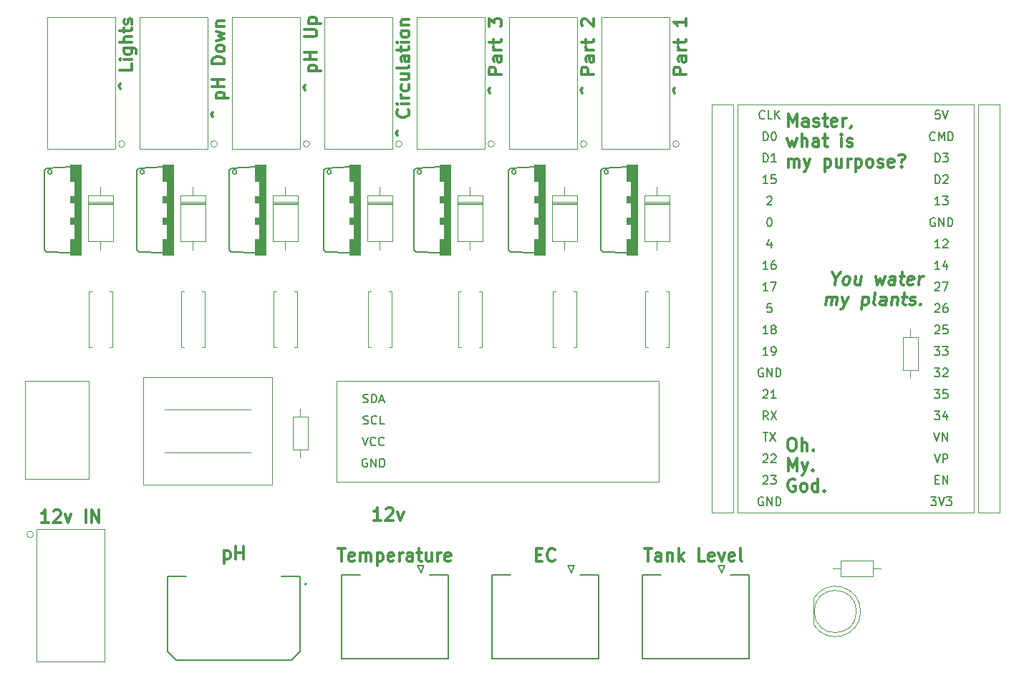
<source format=gbr>
G04 #@! TF.GenerationSoftware,KiCad,Pcbnew,(6.0.8)*
G04 #@! TF.CreationDate,2023-04-27T21:46:55-06:00*
G04 #@! TF.ProjectId,Hydro,48796472-6f2e-46b6-9963-61645f706362,rev?*
G04 #@! TF.SameCoordinates,Original*
G04 #@! TF.FileFunction,Legend,Top*
G04 #@! TF.FilePolarity,Positive*
%FSLAX46Y46*%
G04 Gerber Fmt 4.6, Leading zero omitted, Abs format (unit mm)*
G04 Created by KiCad (PCBNEW (6.0.8)) date 2023-04-27 21:46:55*
%MOMM*%
%LPD*%
G01*
G04 APERTURE LIST*
%ADD10C,0.300000*%
%ADD11C,0.150000*%
%ADD12C,0.120000*%
%ADD13C,0.127000*%
%ADD14C,0.010000*%
%ADD15C,0.200000*%
G04 APERTURE END LIST*
D10*
X201243857Y-85409571D02*
X201529571Y-85409571D01*
X201672428Y-85481000D01*
X201815285Y-85623857D01*
X201886714Y-85909571D01*
X201886714Y-86409571D01*
X201815285Y-86695285D01*
X201672428Y-86838142D01*
X201529571Y-86909571D01*
X201243857Y-86909571D01*
X201101000Y-86838142D01*
X200958142Y-86695285D01*
X200886714Y-86409571D01*
X200886714Y-85909571D01*
X200958142Y-85623857D01*
X201101000Y-85481000D01*
X201243857Y-85409571D01*
X202529571Y-86909571D02*
X202529571Y-85409571D01*
X203172428Y-86909571D02*
X203172428Y-86123857D01*
X203101000Y-85981000D01*
X202958142Y-85909571D01*
X202743857Y-85909571D01*
X202601000Y-85981000D01*
X202529571Y-86052428D01*
X203886714Y-86766714D02*
X203958142Y-86838142D01*
X203886714Y-86909571D01*
X203815285Y-86838142D01*
X203886714Y-86766714D01*
X203886714Y-86909571D01*
X200958142Y-89324571D02*
X200958142Y-87824571D01*
X201458142Y-88896000D01*
X201958142Y-87824571D01*
X201958142Y-89324571D01*
X202529571Y-88324571D02*
X202886714Y-89324571D01*
X203243857Y-88324571D02*
X202886714Y-89324571D01*
X202743857Y-89681714D01*
X202672428Y-89753142D01*
X202529571Y-89824571D01*
X203815285Y-89181714D02*
X203886714Y-89253142D01*
X203815285Y-89324571D01*
X203743857Y-89253142D01*
X203815285Y-89181714D01*
X203815285Y-89324571D01*
X201743857Y-90311000D02*
X201601000Y-90239571D01*
X201386714Y-90239571D01*
X201172428Y-90311000D01*
X201029571Y-90453857D01*
X200958142Y-90596714D01*
X200886714Y-90882428D01*
X200886714Y-91096714D01*
X200958142Y-91382428D01*
X201029571Y-91525285D01*
X201172428Y-91668142D01*
X201386714Y-91739571D01*
X201529571Y-91739571D01*
X201743857Y-91668142D01*
X201815285Y-91596714D01*
X201815285Y-91096714D01*
X201529571Y-91096714D01*
X202672428Y-91739571D02*
X202529571Y-91668142D01*
X202458142Y-91596714D01*
X202386714Y-91453857D01*
X202386714Y-91025285D01*
X202458142Y-90882428D01*
X202529571Y-90811000D01*
X202672428Y-90739571D01*
X202886714Y-90739571D01*
X203029571Y-90811000D01*
X203101000Y-90882428D01*
X203172428Y-91025285D01*
X203172428Y-91453857D01*
X203101000Y-91596714D01*
X203029571Y-91668142D01*
X202886714Y-91739571D01*
X202672428Y-91739571D01*
X204458142Y-91739571D02*
X204458142Y-90239571D01*
X204458142Y-91668142D02*
X204315285Y-91739571D01*
X204029571Y-91739571D01*
X203886714Y-91668142D01*
X203815285Y-91596714D01*
X203743857Y-91453857D01*
X203743857Y-91025285D01*
X203815285Y-90882428D01*
X203886714Y-90811000D01*
X204029571Y-90739571D01*
X204315285Y-90739571D01*
X204458142Y-90811000D01*
X205172428Y-91596714D02*
X205243857Y-91668142D01*
X205172428Y-91739571D01*
X205101000Y-91668142D01*
X205172428Y-91596714D01*
X205172428Y-91739571D01*
X206525339Y-66574785D02*
X206436053Y-67289071D01*
X206123553Y-65789071D02*
X206525339Y-66574785D01*
X207123553Y-65789071D01*
X207650339Y-67289071D02*
X207516410Y-67217642D01*
X207453910Y-67146214D01*
X207400339Y-67003357D01*
X207453910Y-66574785D01*
X207543196Y-66431928D01*
X207623553Y-66360500D01*
X207775339Y-66289071D01*
X207989625Y-66289071D01*
X208123553Y-66360500D01*
X208186053Y-66431928D01*
X208239625Y-66574785D01*
X208186053Y-67003357D01*
X208096767Y-67146214D01*
X208016410Y-67217642D01*
X207864625Y-67289071D01*
X207650339Y-67289071D01*
X209561053Y-66289071D02*
X209436053Y-67289071D01*
X208918196Y-66289071D02*
X208819982Y-67074785D01*
X208873553Y-67217642D01*
X209007482Y-67289071D01*
X209221767Y-67289071D01*
X209373553Y-67217642D01*
X209453910Y-67146214D01*
X211275339Y-66289071D02*
X211436053Y-67289071D01*
X211811053Y-66574785D01*
X212007482Y-67289071D01*
X212418196Y-66289071D01*
X213507482Y-67289071D02*
X213605696Y-66503357D01*
X213552125Y-66360500D01*
X213418196Y-66289071D01*
X213132482Y-66289071D01*
X212980696Y-66360500D01*
X213516410Y-67217642D02*
X213364625Y-67289071D01*
X213007482Y-67289071D01*
X212873553Y-67217642D01*
X212819982Y-67074785D01*
X212837839Y-66931928D01*
X212927125Y-66789071D01*
X213078910Y-66717642D01*
X213436053Y-66717642D01*
X213587839Y-66646214D01*
X214132482Y-66289071D02*
X214703910Y-66289071D01*
X214409267Y-65789071D02*
X214248553Y-67074785D01*
X214302125Y-67217642D01*
X214436053Y-67289071D01*
X214578910Y-67289071D01*
X215659267Y-67217642D02*
X215507482Y-67289071D01*
X215221767Y-67289071D01*
X215087839Y-67217642D01*
X215034267Y-67074785D01*
X215105696Y-66503357D01*
X215194982Y-66360500D01*
X215346767Y-66289071D01*
X215632482Y-66289071D01*
X215766410Y-66360500D01*
X215819982Y-66503357D01*
X215802125Y-66646214D01*
X215069982Y-66789071D01*
X216364625Y-67289071D02*
X216489625Y-66289071D01*
X216453910Y-66574785D02*
X216543196Y-66431928D01*
X216623553Y-66360500D01*
X216775339Y-66289071D01*
X216918196Y-66289071D01*
X205364625Y-69704071D02*
X205489625Y-68704071D01*
X205471767Y-68846928D02*
X205552125Y-68775500D01*
X205703910Y-68704071D01*
X205918196Y-68704071D01*
X206052125Y-68775500D01*
X206105696Y-68918357D01*
X206007482Y-69704071D01*
X206105696Y-68918357D02*
X206194982Y-68775500D01*
X206346767Y-68704071D01*
X206561053Y-68704071D01*
X206694982Y-68775500D01*
X206748553Y-68918357D01*
X206650339Y-69704071D01*
X207346767Y-68704071D02*
X207578910Y-69704071D01*
X208061053Y-68704071D02*
X207578910Y-69704071D01*
X207391410Y-70061214D01*
X207311053Y-70132642D01*
X207159267Y-70204071D01*
X209775339Y-68704071D02*
X209587839Y-70204071D01*
X209766410Y-68775500D02*
X209918196Y-68704071D01*
X210203910Y-68704071D01*
X210337839Y-68775500D01*
X210400339Y-68846928D01*
X210453910Y-68989785D01*
X210400339Y-69418357D01*
X210311053Y-69561214D01*
X210230696Y-69632642D01*
X210078910Y-69704071D01*
X209793196Y-69704071D01*
X209659267Y-69632642D01*
X211221767Y-69704071D02*
X211087839Y-69632642D01*
X211034267Y-69489785D01*
X211194982Y-68204071D01*
X212436053Y-69704071D02*
X212534267Y-68918357D01*
X212480696Y-68775500D01*
X212346767Y-68704071D01*
X212061053Y-68704071D01*
X211909267Y-68775500D01*
X212444982Y-69632642D02*
X212293196Y-69704071D01*
X211936053Y-69704071D01*
X211802125Y-69632642D01*
X211748553Y-69489785D01*
X211766410Y-69346928D01*
X211855696Y-69204071D01*
X212007482Y-69132642D01*
X212364625Y-69132642D01*
X212516410Y-69061214D01*
X213275339Y-68704071D02*
X213150339Y-69704071D01*
X213257482Y-68846928D02*
X213337839Y-68775500D01*
X213489625Y-68704071D01*
X213703910Y-68704071D01*
X213837839Y-68775500D01*
X213891410Y-68918357D01*
X213793196Y-69704071D01*
X214418196Y-68704071D02*
X214989625Y-68704071D01*
X214694982Y-68204071D02*
X214534267Y-69489785D01*
X214587839Y-69632642D01*
X214721767Y-69704071D01*
X214864625Y-69704071D01*
X215302125Y-69632642D02*
X215436053Y-69704071D01*
X215721767Y-69704071D01*
X215873553Y-69632642D01*
X215962839Y-69489785D01*
X215971767Y-69418357D01*
X215918196Y-69275500D01*
X215784267Y-69204071D01*
X215569982Y-69204071D01*
X215436053Y-69132642D01*
X215382482Y-68989785D01*
X215391410Y-68918357D01*
X215480696Y-68775500D01*
X215632482Y-68704071D01*
X215846767Y-68704071D01*
X215980696Y-68775500D01*
X216596767Y-69561214D02*
X216659267Y-69632642D01*
X216578910Y-69704071D01*
X216516410Y-69632642D01*
X216596767Y-69561214D01*
X216578910Y-69704071D01*
X200958142Y-48555571D02*
X200958142Y-47055571D01*
X201458142Y-48127000D01*
X201958142Y-47055571D01*
X201958142Y-48555571D01*
X203315285Y-48555571D02*
X203315285Y-47769857D01*
X203243857Y-47627000D01*
X203101000Y-47555571D01*
X202815285Y-47555571D01*
X202672428Y-47627000D01*
X203315285Y-48484142D02*
X203172428Y-48555571D01*
X202815285Y-48555571D01*
X202672428Y-48484142D01*
X202601000Y-48341285D01*
X202601000Y-48198428D01*
X202672428Y-48055571D01*
X202815285Y-47984142D01*
X203172428Y-47984142D01*
X203315285Y-47912714D01*
X203958142Y-48484142D02*
X204101000Y-48555571D01*
X204386714Y-48555571D01*
X204529571Y-48484142D01*
X204601000Y-48341285D01*
X204601000Y-48269857D01*
X204529571Y-48127000D01*
X204386714Y-48055571D01*
X204172428Y-48055571D01*
X204029571Y-47984142D01*
X203958142Y-47841285D01*
X203958142Y-47769857D01*
X204029571Y-47627000D01*
X204172428Y-47555571D01*
X204386714Y-47555571D01*
X204529571Y-47627000D01*
X205029571Y-47555571D02*
X205601000Y-47555571D01*
X205243857Y-47055571D02*
X205243857Y-48341285D01*
X205315285Y-48484142D01*
X205458142Y-48555571D01*
X205601000Y-48555571D01*
X206672428Y-48484142D02*
X206529571Y-48555571D01*
X206243857Y-48555571D01*
X206101000Y-48484142D01*
X206029571Y-48341285D01*
X206029571Y-47769857D01*
X206101000Y-47627000D01*
X206243857Y-47555571D01*
X206529571Y-47555571D01*
X206672428Y-47627000D01*
X206743857Y-47769857D01*
X206743857Y-47912714D01*
X206029571Y-48055571D01*
X207386714Y-48555571D02*
X207386714Y-47555571D01*
X207386714Y-47841285D02*
X207458142Y-47698428D01*
X207529571Y-47627000D01*
X207672428Y-47555571D01*
X207815285Y-47555571D01*
X208386714Y-48484142D02*
X208386714Y-48555571D01*
X208315285Y-48698428D01*
X208243857Y-48769857D01*
X200815285Y-49970571D02*
X201101000Y-50970571D01*
X201386714Y-50256285D01*
X201672428Y-50970571D01*
X201958142Y-49970571D01*
X202529571Y-50970571D02*
X202529571Y-49470571D01*
X203172428Y-50970571D02*
X203172428Y-50184857D01*
X203101000Y-50042000D01*
X202958142Y-49970571D01*
X202743857Y-49970571D01*
X202601000Y-50042000D01*
X202529571Y-50113428D01*
X204529571Y-50970571D02*
X204529571Y-50184857D01*
X204458142Y-50042000D01*
X204315285Y-49970571D01*
X204029571Y-49970571D01*
X203886714Y-50042000D01*
X204529571Y-50899142D02*
X204386714Y-50970571D01*
X204029571Y-50970571D01*
X203886714Y-50899142D01*
X203815285Y-50756285D01*
X203815285Y-50613428D01*
X203886714Y-50470571D01*
X204029571Y-50399142D01*
X204386714Y-50399142D01*
X204529571Y-50327714D01*
X205029571Y-49970571D02*
X205601000Y-49970571D01*
X205243857Y-49470571D02*
X205243857Y-50756285D01*
X205315285Y-50899142D01*
X205458142Y-50970571D01*
X205601000Y-50970571D01*
X207243857Y-50970571D02*
X207243857Y-49970571D01*
X207243857Y-49470571D02*
X207172428Y-49542000D01*
X207243857Y-49613428D01*
X207315285Y-49542000D01*
X207243857Y-49470571D01*
X207243857Y-49613428D01*
X207886714Y-50899142D02*
X208029571Y-50970571D01*
X208315285Y-50970571D01*
X208458142Y-50899142D01*
X208529571Y-50756285D01*
X208529571Y-50684857D01*
X208458142Y-50542000D01*
X208315285Y-50470571D01*
X208101000Y-50470571D01*
X207958142Y-50399142D01*
X207886714Y-50256285D01*
X207886714Y-50184857D01*
X207958142Y-50042000D01*
X208101000Y-49970571D01*
X208315285Y-49970571D01*
X208458142Y-50042000D01*
X200958142Y-53385571D02*
X200958142Y-52385571D01*
X200958142Y-52528428D02*
X201029571Y-52457000D01*
X201172428Y-52385571D01*
X201386714Y-52385571D01*
X201529571Y-52457000D01*
X201601000Y-52599857D01*
X201601000Y-53385571D01*
X201601000Y-52599857D02*
X201672428Y-52457000D01*
X201815285Y-52385571D01*
X202029571Y-52385571D01*
X202172428Y-52457000D01*
X202243857Y-52599857D01*
X202243857Y-53385571D01*
X202815285Y-52385571D02*
X203172428Y-53385571D01*
X203529571Y-52385571D02*
X203172428Y-53385571D01*
X203029571Y-53742714D01*
X202958142Y-53814142D01*
X202815285Y-53885571D01*
X205243857Y-52385571D02*
X205243857Y-53885571D01*
X205243857Y-52457000D02*
X205386714Y-52385571D01*
X205672428Y-52385571D01*
X205815285Y-52457000D01*
X205886714Y-52528428D01*
X205958142Y-52671285D01*
X205958142Y-53099857D01*
X205886714Y-53242714D01*
X205815285Y-53314142D01*
X205672428Y-53385571D01*
X205386714Y-53385571D01*
X205243857Y-53314142D01*
X207243857Y-52385571D02*
X207243857Y-53385571D01*
X206601000Y-52385571D02*
X206601000Y-53171285D01*
X206672428Y-53314142D01*
X206815285Y-53385571D01*
X207029571Y-53385571D01*
X207172428Y-53314142D01*
X207243857Y-53242714D01*
X207958142Y-53385571D02*
X207958142Y-52385571D01*
X207958142Y-52671285D02*
X208029571Y-52528428D01*
X208101000Y-52457000D01*
X208243857Y-52385571D01*
X208386714Y-52385571D01*
X208886714Y-52385571D02*
X208886714Y-53885571D01*
X208886714Y-52457000D02*
X209029571Y-52385571D01*
X209315285Y-52385571D01*
X209458142Y-52457000D01*
X209529571Y-52528428D01*
X209601000Y-52671285D01*
X209601000Y-53099857D01*
X209529571Y-53242714D01*
X209458142Y-53314142D01*
X209315285Y-53385571D01*
X209029571Y-53385571D01*
X208886714Y-53314142D01*
X210458142Y-53385571D02*
X210315285Y-53314142D01*
X210243857Y-53242714D01*
X210172428Y-53099857D01*
X210172428Y-52671285D01*
X210243857Y-52528428D01*
X210315285Y-52457000D01*
X210458142Y-52385571D01*
X210672428Y-52385571D01*
X210815285Y-52457000D01*
X210886714Y-52528428D01*
X210958142Y-52671285D01*
X210958142Y-53099857D01*
X210886714Y-53242714D01*
X210815285Y-53314142D01*
X210672428Y-53385571D01*
X210458142Y-53385571D01*
X211529571Y-53314142D02*
X211672428Y-53385571D01*
X211958142Y-53385571D01*
X212101000Y-53314142D01*
X212172428Y-53171285D01*
X212172428Y-53099857D01*
X212101000Y-52957000D01*
X211958142Y-52885571D01*
X211743857Y-52885571D01*
X211601000Y-52814142D01*
X211529571Y-52671285D01*
X211529571Y-52599857D01*
X211601000Y-52457000D01*
X211743857Y-52385571D01*
X211958142Y-52385571D01*
X212101000Y-52457000D01*
X213386714Y-53314142D02*
X213243857Y-53385571D01*
X212958142Y-53385571D01*
X212815285Y-53314142D01*
X212743857Y-53171285D01*
X212743857Y-52599857D01*
X212815285Y-52457000D01*
X212958142Y-52385571D01*
X213243857Y-52385571D01*
X213386714Y-52457000D01*
X213458142Y-52599857D01*
X213458142Y-52742714D01*
X212743857Y-52885571D01*
X214315285Y-53242714D02*
X214386714Y-53314142D01*
X214315285Y-53385571D01*
X214243857Y-53314142D01*
X214315285Y-53242714D01*
X214315285Y-53385571D01*
X214029571Y-51957000D02*
X214172428Y-51885571D01*
X214529571Y-51885571D01*
X214672428Y-51957000D01*
X214743857Y-52099857D01*
X214743857Y-52242714D01*
X214672428Y-52385571D01*
X214601000Y-52457000D01*
X214458142Y-52528428D01*
X214386714Y-52599857D01*
X214315285Y-52742714D01*
X214315285Y-52814142D01*
X113506571Y-95420571D02*
X112649428Y-95420571D01*
X113078000Y-95420571D02*
X113078000Y-93920571D01*
X112935142Y-94134857D01*
X112792285Y-94277714D01*
X112649428Y-94349142D01*
X114078000Y-94063428D02*
X114149428Y-93992000D01*
X114292285Y-93920571D01*
X114649428Y-93920571D01*
X114792285Y-93992000D01*
X114863714Y-94063428D01*
X114935142Y-94206285D01*
X114935142Y-94349142D01*
X114863714Y-94563428D01*
X114006571Y-95420571D01*
X114935142Y-95420571D01*
X115435142Y-94420571D02*
X115792285Y-95420571D01*
X116149428Y-94420571D01*
X117863714Y-95420571D02*
X117863714Y-93920571D01*
X118578000Y-95420571D02*
X118578000Y-93920571D01*
X119435142Y-95420571D01*
X119435142Y-93920571D01*
X187535428Y-44596285D02*
X187321142Y-44310571D01*
X187535428Y-44024857D01*
X188892571Y-42382000D02*
X187392571Y-42382000D01*
X187392571Y-41810571D01*
X187464000Y-41667714D01*
X187535428Y-41596285D01*
X187678285Y-41524857D01*
X187892571Y-41524857D01*
X188035428Y-41596285D01*
X188106857Y-41667714D01*
X188178285Y-41810571D01*
X188178285Y-42382000D01*
X188892571Y-40239142D02*
X188106857Y-40239142D01*
X187964000Y-40310571D01*
X187892571Y-40453428D01*
X187892571Y-40739142D01*
X187964000Y-40882000D01*
X188821142Y-40239142D02*
X188892571Y-40382000D01*
X188892571Y-40739142D01*
X188821142Y-40882000D01*
X188678285Y-40953428D01*
X188535428Y-40953428D01*
X188392571Y-40882000D01*
X188321142Y-40739142D01*
X188321142Y-40382000D01*
X188249714Y-40239142D01*
X188892571Y-39524857D02*
X187892571Y-39524857D01*
X188178285Y-39524857D02*
X188035428Y-39453428D01*
X187964000Y-39382000D01*
X187892571Y-39239142D01*
X187892571Y-39096285D01*
X187892571Y-38810571D02*
X187892571Y-38239142D01*
X187392571Y-38596285D02*
X188678285Y-38596285D01*
X188821142Y-38524857D01*
X188892571Y-38382000D01*
X188892571Y-38239142D01*
X188892571Y-35810571D02*
X188892571Y-36667714D01*
X188892571Y-36239142D02*
X187392571Y-36239142D01*
X187606857Y-36382000D01*
X187749714Y-36524857D01*
X187821142Y-36667714D01*
X176613428Y-44596285D02*
X176399142Y-44310571D01*
X176613428Y-44024857D01*
X177970571Y-42382000D02*
X176470571Y-42382000D01*
X176470571Y-41810571D01*
X176542000Y-41667714D01*
X176613428Y-41596285D01*
X176756285Y-41524857D01*
X176970571Y-41524857D01*
X177113428Y-41596285D01*
X177184857Y-41667714D01*
X177256285Y-41810571D01*
X177256285Y-42382000D01*
X177970571Y-40239142D02*
X177184857Y-40239142D01*
X177042000Y-40310571D01*
X176970571Y-40453428D01*
X176970571Y-40739142D01*
X177042000Y-40882000D01*
X177899142Y-40239142D02*
X177970571Y-40382000D01*
X177970571Y-40739142D01*
X177899142Y-40882000D01*
X177756285Y-40953428D01*
X177613428Y-40953428D01*
X177470571Y-40882000D01*
X177399142Y-40739142D01*
X177399142Y-40382000D01*
X177327714Y-40239142D01*
X177970571Y-39524857D02*
X176970571Y-39524857D01*
X177256285Y-39524857D02*
X177113428Y-39453428D01*
X177042000Y-39382000D01*
X176970571Y-39239142D01*
X176970571Y-39096285D01*
X176970571Y-38810571D02*
X176970571Y-38239142D01*
X176470571Y-38596285D02*
X177756285Y-38596285D01*
X177899142Y-38524857D01*
X177970571Y-38382000D01*
X177970571Y-38239142D01*
X176613428Y-36667714D02*
X176542000Y-36596285D01*
X176470571Y-36453428D01*
X176470571Y-36096285D01*
X176542000Y-35953428D01*
X176613428Y-35882000D01*
X176756285Y-35810571D01*
X176899142Y-35810571D01*
X177113428Y-35882000D01*
X177970571Y-36739142D01*
X177970571Y-35810571D01*
X147682000Y-98492571D02*
X148539142Y-98492571D01*
X148110571Y-99992571D02*
X148110571Y-98492571D01*
X149610571Y-99921142D02*
X149467714Y-99992571D01*
X149182000Y-99992571D01*
X149039142Y-99921142D01*
X148967714Y-99778285D01*
X148967714Y-99206857D01*
X149039142Y-99064000D01*
X149182000Y-98992571D01*
X149467714Y-98992571D01*
X149610571Y-99064000D01*
X149682000Y-99206857D01*
X149682000Y-99349714D01*
X148967714Y-99492571D01*
X150324857Y-99992571D02*
X150324857Y-98992571D01*
X150324857Y-99135428D02*
X150396285Y-99064000D01*
X150539142Y-98992571D01*
X150753428Y-98992571D01*
X150896285Y-99064000D01*
X150967714Y-99206857D01*
X150967714Y-99992571D01*
X150967714Y-99206857D02*
X151039142Y-99064000D01*
X151182000Y-98992571D01*
X151396285Y-98992571D01*
X151539142Y-99064000D01*
X151610571Y-99206857D01*
X151610571Y-99992571D01*
X152324857Y-98992571D02*
X152324857Y-100492571D01*
X152324857Y-99064000D02*
X152467714Y-98992571D01*
X152753428Y-98992571D01*
X152896285Y-99064000D01*
X152967714Y-99135428D01*
X153039142Y-99278285D01*
X153039142Y-99706857D01*
X152967714Y-99849714D01*
X152896285Y-99921142D01*
X152753428Y-99992571D01*
X152467714Y-99992571D01*
X152324857Y-99921142D01*
X154253428Y-99921142D02*
X154110571Y-99992571D01*
X153824857Y-99992571D01*
X153682000Y-99921142D01*
X153610571Y-99778285D01*
X153610571Y-99206857D01*
X153682000Y-99064000D01*
X153824857Y-98992571D01*
X154110571Y-98992571D01*
X154253428Y-99064000D01*
X154324857Y-99206857D01*
X154324857Y-99349714D01*
X153610571Y-99492571D01*
X154967714Y-99992571D02*
X154967714Y-98992571D01*
X154967714Y-99278285D02*
X155039142Y-99135428D01*
X155110571Y-99064000D01*
X155253428Y-98992571D01*
X155396285Y-98992571D01*
X156539142Y-99992571D02*
X156539142Y-99206857D01*
X156467714Y-99064000D01*
X156324857Y-98992571D01*
X156039142Y-98992571D01*
X155896285Y-99064000D01*
X156539142Y-99921142D02*
X156396285Y-99992571D01*
X156039142Y-99992571D01*
X155896285Y-99921142D01*
X155824857Y-99778285D01*
X155824857Y-99635428D01*
X155896285Y-99492571D01*
X156039142Y-99421142D01*
X156396285Y-99421142D01*
X156539142Y-99349714D01*
X157039142Y-98992571D02*
X157610571Y-98992571D01*
X157253428Y-98492571D02*
X157253428Y-99778285D01*
X157324857Y-99921142D01*
X157467714Y-99992571D01*
X157610571Y-99992571D01*
X158753428Y-98992571D02*
X158753428Y-99992571D01*
X158110571Y-98992571D02*
X158110571Y-99778285D01*
X158182000Y-99921142D01*
X158324857Y-99992571D01*
X158539142Y-99992571D01*
X158682000Y-99921142D01*
X158753428Y-99849714D01*
X159467714Y-99992571D02*
X159467714Y-98992571D01*
X159467714Y-99278285D02*
X159539142Y-99135428D01*
X159610571Y-99064000D01*
X159753428Y-98992571D01*
X159896285Y-98992571D01*
X160967714Y-99921142D02*
X160824857Y-99992571D01*
X160539142Y-99992571D01*
X160396285Y-99921142D01*
X160324857Y-99778285D01*
X160324857Y-99206857D01*
X160396285Y-99064000D01*
X160539142Y-98992571D01*
X160824857Y-98992571D01*
X160967714Y-99064000D01*
X161039142Y-99206857D01*
X161039142Y-99349714D01*
X160324857Y-99492571D01*
X132925428Y-47441714D02*
X132711142Y-47156000D01*
X132925428Y-46870285D01*
X133282571Y-45227428D02*
X134782571Y-45227428D01*
X133354000Y-45227428D02*
X133282571Y-45084571D01*
X133282571Y-44798857D01*
X133354000Y-44656000D01*
X133425428Y-44584571D01*
X133568285Y-44513142D01*
X133996857Y-44513142D01*
X134139714Y-44584571D01*
X134211142Y-44656000D01*
X134282571Y-44798857D01*
X134282571Y-45084571D01*
X134211142Y-45227428D01*
X134282571Y-43870285D02*
X132782571Y-43870285D01*
X133496857Y-43870285D02*
X133496857Y-43013142D01*
X134282571Y-43013142D02*
X132782571Y-43013142D01*
X134282571Y-41156000D02*
X132782571Y-41156000D01*
X132782571Y-40798857D01*
X132854000Y-40584571D01*
X132996857Y-40441714D01*
X133139714Y-40370285D01*
X133425428Y-40298857D01*
X133639714Y-40298857D01*
X133925428Y-40370285D01*
X134068285Y-40441714D01*
X134211142Y-40584571D01*
X134282571Y-40798857D01*
X134282571Y-41156000D01*
X134282571Y-39441714D02*
X134211142Y-39584571D01*
X134139714Y-39656000D01*
X133996857Y-39727428D01*
X133568285Y-39727428D01*
X133425428Y-39656000D01*
X133354000Y-39584571D01*
X133282571Y-39441714D01*
X133282571Y-39227428D01*
X133354000Y-39084571D01*
X133425428Y-39013142D01*
X133568285Y-38941714D01*
X133996857Y-38941714D01*
X134139714Y-39013142D01*
X134211142Y-39084571D01*
X134282571Y-39227428D01*
X134282571Y-39441714D01*
X133282571Y-38441714D02*
X134282571Y-38156000D01*
X133568285Y-37870285D01*
X134282571Y-37584571D01*
X133282571Y-37298857D01*
X133282571Y-36727428D02*
X134282571Y-36727428D01*
X133425428Y-36727428D02*
X133354000Y-36656000D01*
X133282571Y-36513142D01*
X133282571Y-36298857D01*
X133354000Y-36156000D01*
X133496857Y-36084571D01*
X134282571Y-36084571D01*
X134274857Y-98738571D02*
X134274857Y-100238571D01*
X134274857Y-98810000D02*
X134417714Y-98738571D01*
X134703428Y-98738571D01*
X134846285Y-98810000D01*
X134917714Y-98881428D01*
X134989142Y-99024285D01*
X134989142Y-99452857D01*
X134917714Y-99595714D01*
X134846285Y-99667142D01*
X134703428Y-99738571D01*
X134417714Y-99738571D01*
X134274857Y-99667142D01*
X135632000Y-99738571D02*
X135632000Y-98238571D01*
X135632000Y-98952857D02*
X136489142Y-98952857D01*
X136489142Y-99738571D02*
X136489142Y-98238571D01*
X183916571Y-98492571D02*
X184773714Y-98492571D01*
X184345142Y-99992571D02*
X184345142Y-98492571D01*
X185916571Y-99992571D02*
X185916571Y-99206857D01*
X185845142Y-99064000D01*
X185702285Y-98992571D01*
X185416571Y-98992571D01*
X185273714Y-99064000D01*
X185916571Y-99921142D02*
X185773714Y-99992571D01*
X185416571Y-99992571D01*
X185273714Y-99921142D01*
X185202285Y-99778285D01*
X185202285Y-99635428D01*
X185273714Y-99492571D01*
X185416571Y-99421142D01*
X185773714Y-99421142D01*
X185916571Y-99349714D01*
X186630857Y-98992571D02*
X186630857Y-99992571D01*
X186630857Y-99135428D02*
X186702285Y-99064000D01*
X186845142Y-98992571D01*
X187059428Y-98992571D01*
X187202285Y-99064000D01*
X187273714Y-99206857D01*
X187273714Y-99992571D01*
X187988000Y-99992571D02*
X187988000Y-98492571D01*
X188130857Y-99421142D02*
X188559428Y-99992571D01*
X188559428Y-98992571D02*
X187988000Y-99564000D01*
X191059428Y-99992571D02*
X190345142Y-99992571D01*
X190345142Y-98492571D01*
X192130857Y-99921142D02*
X191988000Y-99992571D01*
X191702285Y-99992571D01*
X191559428Y-99921142D01*
X191488000Y-99778285D01*
X191488000Y-99206857D01*
X191559428Y-99064000D01*
X191702285Y-98992571D01*
X191988000Y-98992571D01*
X192130857Y-99064000D01*
X192202285Y-99206857D01*
X192202285Y-99349714D01*
X191488000Y-99492571D01*
X192702285Y-98992571D02*
X193059428Y-99992571D01*
X193416571Y-98992571D01*
X194559428Y-99921142D02*
X194416571Y-99992571D01*
X194130857Y-99992571D01*
X193988000Y-99921142D01*
X193916571Y-99778285D01*
X193916571Y-99206857D01*
X193988000Y-99064000D01*
X194130857Y-98992571D01*
X194416571Y-98992571D01*
X194559428Y-99064000D01*
X194630857Y-99206857D01*
X194630857Y-99349714D01*
X193916571Y-99492571D01*
X195488000Y-99992571D02*
X195345142Y-99921142D01*
X195273714Y-99778285D01*
X195273714Y-98492571D01*
X154769428Y-49636285D02*
X154555142Y-49350571D01*
X154769428Y-49064857D01*
X155983714Y-46564857D02*
X156055142Y-46636285D01*
X156126571Y-46850571D01*
X156126571Y-46993428D01*
X156055142Y-47207714D01*
X155912285Y-47350571D01*
X155769428Y-47422000D01*
X155483714Y-47493428D01*
X155269428Y-47493428D01*
X154983714Y-47422000D01*
X154840857Y-47350571D01*
X154698000Y-47207714D01*
X154626571Y-46993428D01*
X154626571Y-46850571D01*
X154698000Y-46636285D01*
X154769428Y-46564857D01*
X156126571Y-45922000D02*
X155126571Y-45922000D01*
X154626571Y-45922000D02*
X154698000Y-45993428D01*
X154769428Y-45922000D01*
X154698000Y-45850571D01*
X154626571Y-45922000D01*
X154769428Y-45922000D01*
X156126571Y-45207714D02*
X155126571Y-45207714D01*
X155412285Y-45207714D02*
X155269428Y-45136285D01*
X155198000Y-45064857D01*
X155126571Y-44922000D01*
X155126571Y-44779142D01*
X156055142Y-43636285D02*
X156126571Y-43779142D01*
X156126571Y-44064857D01*
X156055142Y-44207714D01*
X155983714Y-44279142D01*
X155840857Y-44350571D01*
X155412285Y-44350571D01*
X155269428Y-44279142D01*
X155198000Y-44207714D01*
X155126571Y-44064857D01*
X155126571Y-43779142D01*
X155198000Y-43636285D01*
X155126571Y-42350571D02*
X156126571Y-42350571D01*
X155126571Y-42993428D02*
X155912285Y-42993428D01*
X156055142Y-42922000D01*
X156126571Y-42779142D01*
X156126571Y-42564857D01*
X156055142Y-42422000D01*
X155983714Y-42350571D01*
X156126571Y-41422000D02*
X156055142Y-41564857D01*
X155912285Y-41636285D01*
X154626571Y-41636285D01*
X156126571Y-40207714D02*
X155340857Y-40207714D01*
X155198000Y-40279142D01*
X155126571Y-40422000D01*
X155126571Y-40707714D01*
X155198000Y-40850571D01*
X156055142Y-40207714D02*
X156126571Y-40350571D01*
X156126571Y-40707714D01*
X156055142Y-40850571D01*
X155912285Y-40922000D01*
X155769428Y-40922000D01*
X155626571Y-40850571D01*
X155555142Y-40707714D01*
X155555142Y-40350571D01*
X155483714Y-40207714D01*
X155126571Y-39707714D02*
X155126571Y-39136285D01*
X154626571Y-39493428D02*
X155912285Y-39493428D01*
X156055142Y-39422000D01*
X156126571Y-39279142D01*
X156126571Y-39136285D01*
X156126571Y-38636285D02*
X155126571Y-38636285D01*
X154626571Y-38636285D02*
X154698000Y-38707714D01*
X154769428Y-38636285D01*
X154698000Y-38564857D01*
X154626571Y-38636285D01*
X154769428Y-38636285D01*
X156126571Y-37707714D02*
X156055142Y-37850571D01*
X155983714Y-37922000D01*
X155840857Y-37993428D01*
X155412285Y-37993428D01*
X155269428Y-37922000D01*
X155198000Y-37850571D01*
X155126571Y-37707714D01*
X155126571Y-37493428D01*
X155198000Y-37350571D01*
X155269428Y-37279142D01*
X155412285Y-37207714D01*
X155840857Y-37207714D01*
X155983714Y-37279142D01*
X156055142Y-37350571D01*
X156126571Y-37493428D01*
X156126571Y-37707714D01*
X155126571Y-36564857D02*
X156126571Y-36564857D01*
X155269428Y-36564857D02*
X155198000Y-36493428D01*
X155126571Y-36350571D01*
X155126571Y-36136285D01*
X155198000Y-35993428D01*
X155340857Y-35922000D01*
X156126571Y-35922000D01*
X152812857Y-95166571D02*
X151955714Y-95166571D01*
X152384285Y-95166571D02*
X152384285Y-93666571D01*
X152241428Y-93880857D01*
X152098571Y-94023714D01*
X151955714Y-94095142D01*
X153384285Y-93809428D02*
X153455714Y-93738000D01*
X153598571Y-93666571D01*
X153955714Y-93666571D01*
X154098571Y-93738000D01*
X154170000Y-93809428D01*
X154241428Y-93952285D01*
X154241428Y-94095142D01*
X154170000Y-94309428D01*
X153312857Y-95166571D01*
X154241428Y-95166571D01*
X154741428Y-94166571D02*
X155098571Y-95166571D01*
X155455714Y-94166571D01*
X143847428Y-44235142D02*
X143633142Y-43949428D01*
X143847428Y-43663714D01*
X144204571Y-42020857D02*
X145704571Y-42020857D01*
X144276000Y-42020857D02*
X144204571Y-41878000D01*
X144204571Y-41592285D01*
X144276000Y-41449428D01*
X144347428Y-41378000D01*
X144490285Y-41306571D01*
X144918857Y-41306571D01*
X145061714Y-41378000D01*
X145133142Y-41449428D01*
X145204571Y-41592285D01*
X145204571Y-41878000D01*
X145133142Y-42020857D01*
X145204571Y-40663714D02*
X143704571Y-40663714D01*
X144418857Y-40663714D02*
X144418857Y-39806571D01*
X145204571Y-39806571D02*
X143704571Y-39806571D01*
X143704571Y-37949428D02*
X144918857Y-37949428D01*
X145061714Y-37878000D01*
X145133142Y-37806571D01*
X145204571Y-37663714D01*
X145204571Y-37378000D01*
X145133142Y-37235142D01*
X145061714Y-37163714D01*
X144918857Y-37092285D01*
X143704571Y-37092285D01*
X144204571Y-36378000D02*
X145704571Y-36378000D01*
X144276000Y-36378000D02*
X144204571Y-36235142D01*
X144204571Y-35949428D01*
X144276000Y-35806571D01*
X144347428Y-35735142D01*
X144490285Y-35663714D01*
X144918857Y-35663714D01*
X145061714Y-35735142D01*
X145133142Y-35806571D01*
X145204571Y-35949428D01*
X145204571Y-36235142D01*
X145133142Y-36378000D01*
X122003428Y-44092285D02*
X121789142Y-43806571D01*
X122003428Y-43520857D01*
X123360571Y-41163714D02*
X123360571Y-41878000D01*
X121860571Y-41878000D01*
X123360571Y-40663714D02*
X122360571Y-40663714D01*
X121860571Y-40663714D02*
X121932000Y-40735142D01*
X122003428Y-40663714D01*
X121932000Y-40592285D01*
X121860571Y-40663714D01*
X122003428Y-40663714D01*
X122360571Y-39306571D02*
X123574857Y-39306571D01*
X123717714Y-39378000D01*
X123789142Y-39449428D01*
X123860571Y-39592285D01*
X123860571Y-39806571D01*
X123789142Y-39949428D01*
X123289142Y-39306571D02*
X123360571Y-39449428D01*
X123360571Y-39735142D01*
X123289142Y-39878000D01*
X123217714Y-39949428D01*
X123074857Y-40020857D01*
X122646285Y-40020857D01*
X122503428Y-39949428D01*
X122432000Y-39878000D01*
X122360571Y-39735142D01*
X122360571Y-39449428D01*
X122432000Y-39306571D01*
X123360571Y-38592285D02*
X121860571Y-38592285D01*
X123360571Y-37949428D02*
X122574857Y-37949428D01*
X122432000Y-38020857D01*
X122360571Y-38163714D01*
X122360571Y-38378000D01*
X122432000Y-38520857D01*
X122503428Y-38592285D01*
X122360571Y-37449428D02*
X122360571Y-36878000D01*
X121860571Y-37235142D02*
X123146285Y-37235142D01*
X123289142Y-37163714D01*
X123360571Y-37020857D01*
X123360571Y-36878000D01*
X123289142Y-36449428D02*
X123360571Y-36306571D01*
X123360571Y-36020857D01*
X123289142Y-35878000D01*
X123146285Y-35806571D01*
X123074857Y-35806571D01*
X122932000Y-35878000D01*
X122860571Y-36020857D01*
X122860571Y-36235142D01*
X122789142Y-36378000D01*
X122646285Y-36449428D01*
X122574857Y-36449428D01*
X122432000Y-36378000D01*
X122360571Y-36235142D01*
X122360571Y-36020857D01*
X122432000Y-35878000D01*
X165691428Y-44596285D02*
X165477142Y-44310571D01*
X165691428Y-44024857D01*
X167048571Y-42382000D02*
X165548571Y-42382000D01*
X165548571Y-41810571D01*
X165620000Y-41667714D01*
X165691428Y-41596285D01*
X165834285Y-41524857D01*
X166048571Y-41524857D01*
X166191428Y-41596285D01*
X166262857Y-41667714D01*
X166334285Y-41810571D01*
X166334285Y-42382000D01*
X167048571Y-40239142D02*
X166262857Y-40239142D01*
X166120000Y-40310571D01*
X166048571Y-40453428D01*
X166048571Y-40739142D01*
X166120000Y-40882000D01*
X166977142Y-40239142D02*
X167048571Y-40382000D01*
X167048571Y-40739142D01*
X166977142Y-40882000D01*
X166834285Y-40953428D01*
X166691428Y-40953428D01*
X166548571Y-40882000D01*
X166477142Y-40739142D01*
X166477142Y-40382000D01*
X166405714Y-40239142D01*
X167048571Y-39524857D02*
X166048571Y-39524857D01*
X166334285Y-39524857D02*
X166191428Y-39453428D01*
X166120000Y-39382000D01*
X166048571Y-39239142D01*
X166048571Y-39096285D01*
X166048571Y-38810571D02*
X166048571Y-38239142D01*
X165548571Y-38596285D02*
X166834285Y-38596285D01*
X166977142Y-38524857D01*
X167048571Y-38382000D01*
X167048571Y-38239142D01*
X165548571Y-36739142D02*
X165548571Y-35810571D01*
X166120000Y-36310571D01*
X166120000Y-36096285D01*
X166191428Y-35953428D01*
X166262857Y-35882000D01*
X166405714Y-35810571D01*
X166762857Y-35810571D01*
X166905714Y-35882000D01*
X166977142Y-35953428D01*
X167048571Y-36096285D01*
X167048571Y-36524857D01*
X166977142Y-36667714D01*
X166905714Y-36739142D01*
X171140571Y-99206857D02*
X171640571Y-99206857D01*
X171854857Y-99992571D02*
X171140571Y-99992571D01*
X171140571Y-98492571D01*
X171854857Y-98492571D01*
X173354857Y-99849714D02*
X173283428Y-99921142D01*
X173069142Y-99992571D01*
X172926285Y-99992571D01*
X172712000Y-99921142D01*
X172569142Y-99778285D01*
X172497714Y-99635428D01*
X172426285Y-99349714D01*
X172426285Y-99135428D01*
X172497714Y-98849714D01*
X172569142Y-98706857D01*
X172712000Y-98564000D01*
X172926285Y-98492571D01*
X173069142Y-98492571D01*
X173283428Y-98564000D01*
X173354857Y-98635428D01*
D11*
G04 #@! TO.C,U3*
X218852523Y-46687380D02*
X218376333Y-46687380D01*
X218328714Y-47163571D01*
X218376333Y-47115952D01*
X218471571Y-47068333D01*
X218709666Y-47068333D01*
X218804904Y-47115952D01*
X218852523Y-47163571D01*
X218900142Y-47258809D01*
X218900142Y-47496904D01*
X218852523Y-47592142D01*
X218804904Y-47639761D01*
X218709666Y-47687380D01*
X218471571Y-47687380D01*
X218376333Y-47639761D01*
X218328714Y-47592142D01*
X219185857Y-46687380D02*
X219519190Y-47687380D01*
X219852523Y-46687380D01*
X218304904Y-52767380D02*
X218304904Y-51767380D01*
X218543000Y-51767380D01*
X218685857Y-51815000D01*
X218781095Y-51910238D01*
X218828714Y-52005476D01*
X218876333Y-52195952D01*
X218876333Y-52338809D01*
X218828714Y-52529285D01*
X218781095Y-52624523D01*
X218685857Y-52719761D01*
X218543000Y-52767380D01*
X218304904Y-52767380D01*
X219209666Y-51767380D02*
X219828714Y-51767380D01*
X219495380Y-52148333D01*
X219638238Y-52148333D01*
X219733476Y-52195952D01*
X219781095Y-52243571D01*
X219828714Y-52338809D01*
X219828714Y-52576904D01*
X219781095Y-52672142D01*
X219733476Y-52719761D01*
X219638238Y-52767380D01*
X219352523Y-52767380D01*
X219257285Y-52719761D01*
X219209666Y-52672142D01*
X218233476Y-82247380D02*
X218852523Y-82247380D01*
X218519190Y-82628333D01*
X218662047Y-82628333D01*
X218757285Y-82675952D01*
X218804904Y-82723571D01*
X218852523Y-82818809D01*
X218852523Y-83056904D01*
X218804904Y-83152142D01*
X218757285Y-83199761D01*
X218662047Y-83247380D01*
X218376333Y-83247380D01*
X218281095Y-83199761D01*
X218233476Y-83152142D01*
X219709666Y-82580714D02*
X219709666Y-83247380D01*
X219471571Y-82199761D02*
X219233476Y-82914047D01*
X219852523Y-82914047D01*
X198556333Y-83247380D02*
X198223000Y-82771190D01*
X197984904Y-83247380D02*
X197984904Y-82247380D01*
X198365857Y-82247380D01*
X198461095Y-82295000D01*
X198508714Y-82342619D01*
X198556333Y-82437857D01*
X198556333Y-82580714D01*
X198508714Y-82675952D01*
X198461095Y-82723571D01*
X198365857Y-82771190D01*
X197984904Y-82771190D01*
X198889666Y-82247380D02*
X199556333Y-83247380D01*
X199556333Y-82247380D02*
X198889666Y-83247380D01*
X198532523Y-75627380D02*
X197961095Y-75627380D01*
X198246809Y-75627380D02*
X198246809Y-74627380D01*
X198151571Y-74770238D01*
X198056333Y-74865476D01*
X197961095Y-74913095D01*
X199008714Y-75627380D02*
X199199190Y-75627380D01*
X199294428Y-75579761D01*
X199342047Y-75532142D01*
X199437285Y-75389285D01*
X199484904Y-75198809D01*
X199484904Y-74817857D01*
X199437285Y-74722619D01*
X199389666Y-74675000D01*
X199294428Y-74627380D01*
X199103952Y-74627380D01*
X199008714Y-74675000D01*
X198961095Y-74722619D01*
X198913476Y-74817857D01*
X198913476Y-75055952D01*
X198961095Y-75151190D01*
X199008714Y-75198809D01*
X199103952Y-75246428D01*
X199294428Y-75246428D01*
X199389666Y-75198809D01*
X199437285Y-75151190D01*
X199484904Y-75055952D01*
X218304904Y-55307380D02*
X218304904Y-54307380D01*
X218543000Y-54307380D01*
X218685857Y-54355000D01*
X218781095Y-54450238D01*
X218828714Y-54545476D01*
X218876333Y-54735952D01*
X218876333Y-54878809D01*
X218828714Y-55069285D01*
X218781095Y-55164523D01*
X218685857Y-55259761D01*
X218543000Y-55307380D01*
X218304904Y-55307380D01*
X219257285Y-54402619D02*
X219304904Y-54355000D01*
X219400142Y-54307380D01*
X219638238Y-54307380D01*
X219733476Y-54355000D01*
X219781095Y-54402619D01*
X219828714Y-54497857D01*
X219828714Y-54593095D01*
X219781095Y-54735952D01*
X219209666Y-55307380D01*
X219828714Y-55307380D01*
X218852523Y-57847380D02*
X218281095Y-57847380D01*
X218566809Y-57847380D02*
X218566809Y-56847380D01*
X218471571Y-56990238D01*
X218376333Y-57085476D01*
X218281095Y-57133095D01*
X219185857Y-56847380D02*
X219804904Y-56847380D01*
X219471571Y-57228333D01*
X219614428Y-57228333D01*
X219709666Y-57275952D01*
X219757285Y-57323571D01*
X219804904Y-57418809D01*
X219804904Y-57656904D01*
X219757285Y-57752142D01*
X219709666Y-57799761D01*
X219614428Y-57847380D01*
X219328714Y-57847380D01*
X219233476Y-57799761D01*
X219185857Y-57752142D01*
X197961095Y-77215000D02*
X197865857Y-77167380D01*
X197723000Y-77167380D01*
X197580142Y-77215000D01*
X197484904Y-77310238D01*
X197437285Y-77405476D01*
X197389666Y-77595952D01*
X197389666Y-77738809D01*
X197437285Y-77929285D01*
X197484904Y-78024523D01*
X197580142Y-78119761D01*
X197723000Y-78167380D01*
X197818238Y-78167380D01*
X197961095Y-78119761D01*
X198008714Y-78072142D01*
X198008714Y-77738809D01*
X197818238Y-77738809D01*
X198437285Y-78167380D02*
X198437285Y-77167380D01*
X199008714Y-78167380D01*
X199008714Y-77167380D01*
X199484904Y-78167380D02*
X199484904Y-77167380D01*
X199723000Y-77167380D01*
X199865857Y-77215000D01*
X199961095Y-77310238D01*
X200008714Y-77405476D01*
X200056333Y-77595952D01*
X200056333Y-77738809D01*
X200008714Y-77929285D01*
X199961095Y-78024523D01*
X199865857Y-78119761D01*
X199723000Y-78167380D01*
X199484904Y-78167380D01*
X198532523Y-55307380D02*
X197961095Y-55307380D01*
X198246809Y-55307380D02*
X198246809Y-54307380D01*
X198151571Y-54450238D01*
X198056333Y-54545476D01*
X197961095Y-54593095D01*
X199437285Y-54307380D02*
X198961095Y-54307380D01*
X198913476Y-54783571D01*
X198961095Y-54735952D01*
X199056333Y-54688333D01*
X199294428Y-54688333D01*
X199389666Y-54735952D01*
X199437285Y-54783571D01*
X199484904Y-54878809D01*
X199484904Y-55116904D01*
X199437285Y-55212142D01*
X199389666Y-55259761D01*
X199294428Y-55307380D01*
X199056333Y-55307380D01*
X198961095Y-55259761D01*
X198913476Y-55212142D01*
X198437285Y-56942619D02*
X198484904Y-56895000D01*
X198580142Y-56847380D01*
X198818238Y-56847380D01*
X198913476Y-56895000D01*
X198961095Y-56942619D01*
X199008714Y-57037857D01*
X199008714Y-57133095D01*
X198961095Y-57275952D01*
X198389666Y-57847380D01*
X199008714Y-57847380D01*
X198532523Y-68007380D02*
X197961095Y-68007380D01*
X198246809Y-68007380D02*
X198246809Y-67007380D01*
X198151571Y-67150238D01*
X198056333Y-67245476D01*
X197961095Y-67293095D01*
X198865857Y-67007380D02*
X199532523Y-67007380D01*
X199103952Y-68007380D01*
X197961095Y-84787380D02*
X198532523Y-84787380D01*
X198246809Y-85787380D02*
X198246809Y-84787380D01*
X198770619Y-84787380D02*
X199437285Y-85787380D01*
X199437285Y-84787380D02*
X198770619Y-85787380D01*
X218852523Y-62927380D02*
X218281095Y-62927380D01*
X218566809Y-62927380D02*
X218566809Y-61927380D01*
X218471571Y-62070238D01*
X218376333Y-62165476D01*
X218281095Y-62213095D01*
X219233476Y-62022619D02*
X219281095Y-61975000D01*
X219376333Y-61927380D01*
X219614428Y-61927380D01*
X219709666Y-61975000D01*
X219757285Y-62022619D01*
X219804904Y-62117857D01*
X219804904Y-62213095D01*
X219757285Y-62355952D01*
X219185857Y-62927380D01*
X219804904Y-62927380D01*
X218281095Y-69642619D02*
X218328714Y-69595000D01*
X218423952Y-69547380D01*
X218662047Y-69547380D01*
X218757285Y-69595000D01*
X218804904Y-69642619D01*
X218852523Y-69737857D01*
X218852523Y-69833095D01*
X218804904Y-69975952D01*
X218233476Y-70547380D01*
X218852523Y-70547380D01*
X219709666Y-69547380D02*
X219519190Y-69547380D01*
X219423952Y-69595000D01*
X219376333Y-69642619D01*
X219281095Y-69785476D01*
X219233476Y-69975952D01*
X219233476Y-70356904D01*
X219281095Y-70452142D01*
X219328714Y-70499761D01*
X219423952Y-70547380D01*
X219614428Y-70547380D01*
X219709666Y-70499761D01*
X219757285Y-70452142D01*
X219804904Y-70356904D01*
X219804904Y-70118809D01*
X219757285Y-70023571D01*
X219709666Y-69975952D01*
X219614428Y-69928333D01*
X219423952Y-69928333D01*
X219328714Y-69975952D01*
X219281095Y-70023571D01*
X219233476Y-70118809D01*
X198532523Y-73087380D02*
X197961095Y-73087380D01*
X198246809Y-73087380D02*
X198246809Y-72087380D01*
X198151571Y-72230238D01*
X198056333Y-72325476D01*
X197961095Y-72373095D01*
X199103952Y-72515952D02*
X199008714Y-72468333D01*
X198961095Y-72420714D01*
X198913476Y-72325476D01*
X198913476Y-72277857D01*
X198961095Y-72182619D01*
X199008714Y-72135000D01*
X199103952Y-72087380D01*
X199294428Y-72087380D01*
X199389666Y-72135000D01*
X199437285Y-72182619D01*
X199484904Y-72277857D01*
X199484904Y-72325476D01*
X199437285Y-72420714D01*
X199389666Y-72468333D01*
X199294428Y-72515952D01*
X199103952Y-72515952D01*
X199008714Y-72563571D01*
X198961095Y-72611190D01*
X198913476Y-72706428D01*
X198913476Y-72896904D01*
X198961095Y-72992142D01*
X199008714Y-73039761D01*
X199103952Y-73087380D01*
X199294428Y-73087380D01*
X199389666Y-73039761D01*
X199437285Y-72992142D01*
X199484904Y-72896904D01*
X199484904Y-72706428D01*
X199437285Y-72611190D01*
X199389666Y-72563571D01*
X199294428Y-72515952D01*
X217804904Y-92407380D02*
X218423952Y-92407380D01*
X218090619Y-92788333D01*
X218233476Y-92788333D01*
X218328714Y-92835952D01*
X218376333Y-92883571D01*
X218423952Y-92978809D01*
X218423952Y-93216904D01*
X218376333Y-93312142D01*
X218328714Y-93359761D01*
X218233476Y-93407380D01*
X217947761Y-93407380D01*
X217852523Y-93359761D01*
X217804904Y-93312142D01*
X218709666Y-92407380D02*
X219043000Y-93407380D01*
X219376333Y-92407380D01*
X219614428Y-92407380D02*
X220233476Y-92407380D01*
X219900142Y-92788333D01*
X220043000Y-92788333D01*
X220138238Y-92835952D01*
X220185857Y-92883571D01*
X220233476Y-92978809D01*
X220233476Y-93216904D01*
X220185857Y-93312142D01*
X220138238Y-93359761D01*
X220043000Y-93407380D01*
X219757285Y-93407380D01*
X219662047Y-93359761D01*
X219614428Y-93312142D01*
X197961095Y-87422619D02*
X198008714Y-87375000D01*
X198103952Y-87327380D01*
X198342047Y-87327380D01*
X198437285Y-87375000D01*
X198484904Y-87422619D01*
X198532523Y-87517857D01*
X198532523Y-87613095D01*
X198484904Y-87755952D01*
X197913476Y-88327380D01*
X198532523Y-88327380D01*
X198913476Y-87422619D02*
X198961095Y-87375000D01*
X199056333Y-87327380D01*
X199294428Y-87327380D01*
X199389666Y-87375000D01*
X199437285Y-87422619D01*
X199484904Y-87517857D01*
X199484904Y-87613095D01*
X199437285Y-87755952D01*
X198865857Y-88327380D01*
X199484904Y-88327380D01*
X218281095Y-59435000D02*
X218185857Y-59387380D01*
X218043000Y-59387380D01*
X217900142Y-59435000D01*
X217804904Y-59530238D01*
X217757285Y-59625476D01*
X217709666Y-59815952D01*
X217709666Y-59958809D01*
X217757285Y-60149285D01*
X217804904Y-60244523D01*
X217900142Y-60339761D01*
X218043000Y-60387380D01*
X218138238Y-60387380D01*
X218281095Y-60339761D01*
X218328714Y-60292142D01*
X218328714Y-59958809D01*
X218138238Y-59958809D01*
X218757285Y-60387380D02*
X218757285Y-59387380D01*
X219328714Y-60387380D01*
X219328714Y-59387380D01*
X219804904Y-60387380D02*
X219804904Y-59387380D01*
X220043000Y-59387380D01*
X220185857Y-59435000D01*
X220281095Y-59530238D01*
X220328714Y-59625476D01*
X220376333Y-59815952D01*
X220376333Y-59958809D01*
X220328714Y-60149285D01*
X220281095Y-60244523D01*
X220185857Y-60339761D01*
X220043000Y-60387380D01*
X219804904Y-60387380D01*
X218233476Y-74627380D02*
X218852523Y-74627380D01*
X218519190Y-75008333D01*
X218662047Y-75008333D01*
X218757285Y-75055952D01*
X218804904Y-75103571D01*
X218852523Y-75198809D01*
X218852523Y-75436904D01*
X218804904Y-75532142D01*
X218757285Y-75579761D01*
X218662047Y-75627380D01*
X218376333Y-75627380D01*
X218281095Y-75579761D01*
X218233476Y-75532142D01*
X219185857Y-74627380D02*
X219804904Y-74627380D01*
X219471571Y-75008333D01*
X219614428Y-75008333D01*
X219709666Y-75055952D01*
X219757285Y-75103571D01*
X219804904Y-75198809D01*
X219804904Y-75436904D01*
X219757285Y-75532142D01*
X219709666Y-75579761D01*
X219614428Y-75627380D01*
X219328714Y-75627380D01*
X219233476Y-75579761D01*
X219185857Y-75532142D01*
X218281095Y-67102619D02*
X218328714Y-67055000D01*
X218423952Y-67007380D01*
X218662047Y-67007380D01*
X218757285Y-67055000D01*
X218804904Y-67102619D01*
X218852523Y-67197857D01*
X218852523Y-67293095D01*
X218804904Y-67435952D01*
X218233476Y-68007380D01*
X218852523Y-68007380D01*
X219185857Y-67007380D02*
X219852523Y-67007380D01*
X219423952Y-68007380D01*
X198913476Y-62260714D02*
X198913476Y-62927380D01*
X198675380Y-61879761D02*
X198437285Y-62594047D01*
X199056333Y-62594047D01*
X197961095Y-89962619D02*
X198008714Y-89915000D01*
X198103952Y-89867380D01*
X198342047Y-89867380D01*
X198437285Y-89915000D01*
X198484904Y-89962619D01*
X198532523Y-90057857D01*
X198532523Y-90153095D01*
X198484904Y-90295952D01*
X197913476Y-90867380D01*
X198532523Y-90867380D01*
X198865857Y-89867380D02*
X199484904Y-89867380D01*
X199151571Y-90248333D01*
X199294428Y-90248333D01*
X199389666Y-90295952D01*
X199437285Y-90343571D01*
X199484904Y-90438809D01*
X199484904Y-90676904D01*
X199437285Y-90772142D01*
X199389666Y-90819761D01*
X199294428Y-90867380D01*
X199008714Y-90867380D01*
X198913476Y-90819761D01*
X198865857Y-90772142D01*
X198127761Y-47592142D02*
X198080142Y-47639761D01*
X197937285Y-47687380D01*
X197842047Y-47687380D01*
X197699190Y-47639761D01*
X197603952Y-47544523D01*
X197556333Y-47449285D01*
X197508714Y-47258809D01*
X197508714Y-47115952D01*
X197556333Y-46925476D01*
X197603952Y-46830238D01*
X197699190Y-46735000D01*
X197842047Y-46687380D01*
X197937285Y-46687380D01*
X198080142Y-46735000D01*
X198127761Y-46782619D01*
X199032523Y-47687380D02*
X198556333Y-47687380D01*
X198556333Y-46687380D01*
X199365857Y-47687380D02*
X199365857Y-46687380D01*
X199937285Y-47687380D02*
X199508714Y-47115952D01*
X199937285Y-46687380D02*
X199365857Y-47258809D01*
X197961095Y-79802619D02*
X198008714Y-79755000D01*
X198103952Y-79707380D01*
X198342047Y-79707380D01*
X198437285Y-79755000D01*
X198484904Y-79802619D01*
X198532523Y-79897857D01*
X198532523Y-79993095D01*
X198484904Y-80135952D01*
X197913476Y-80707380D01*
X198532523Y-80707380D01*
X199484904Y-80707380D02*
X198913476Y-80707380D01*
X199199190Y-80707380D02*
X199199190Y-79707380D01*
X199103952Y-79850238D01*
X199008714Y-79945476D01*
X198913476Y-79993095D01*
X218233476Y-77167380D02*
X218852523Y-77167380D01*
X218519190Y-77548333D01*
X218662047Y-77548333D01*
X218757285Y-77595952D01*
X218804904Y-77643571D01*
X218852523Y-77738809D01*
X218852523Y-77976904D01*
X218804904Y-78072142D01*
X218757285Y-78119761D01*
X218662047Y-78167380D01*
X218376333Y-78167380D01*
X218281095Y-78119761D01*
X218233476Y-78072142D01*
X219233476Y-77262619D02*
X219281095Y-77215000D01*
X219376333Y-77167380D01*
X219614428Y-77167380D01*
X219709666Y-77215000D01*
X219757285Y-77262619D01*
X219804904Y-77357857D01*
X219804904Y-77453095D01*
X219757285Y-77595952D01*
X219185857Y-78167380D01*
X219804904Y-78167380D01*
X218281095Y-50132142D02*
X218233476Y-50179761D01*
X218090619Y-50227380D01*
X217995380Y-50227380D01*
X217852523Y-50179761D01*
X217757285Y-50084523D01*
X217709666Y-49989285D01*
X217662047Y-49798809D01*
X217662047Y-49655952D01*
X217709666Y-49465476D01*
X217757285Y-49370238D01*
X217852523Y-49275000D01*
X217995380Y-49227380D01*
X218090619Y-49227380D01*
X218233476Y-49275000D01*
X218281095Y-49322619D01*
X218709666Y-50227380D02*
X218709666Y-49227380D01*
X219043000Y-49941666D01*
X219376333Y-49227380D01*
X219376333Y-50227380D01*
X219852523Y-50227380D02*
X219852523Y-49227380D01*
X220090619Y-49227380D01*
X220233476Y-49275000D01*
X220328714Y-49370238D01*
X220376333Y-49465476D01*
X220423952Y-49655952D01*
X220423952Y-49798809D01*
X220376333Y-49989285D01*
X220328714Y-50084523D01*
X220233476Y-50179761D01*
X220090619Y-50227380D01*
X219852523Y-50227380D01*
X218209666Y-87327380D02*
X218543000Y-88327380D01*
X218876333Y-87327380D01*
X219209666Y-88327380D02*
X219209666Y-87327380D01*
X219590619Y-87327380D01*
X219685857Y-87375000D01*
X219733476Y-87422619D01*
X219781095Y-87517857D01*
X219781095Y-87660714D01*
X219733476Y-87755952D01*
X219685857Y-87803571D01*
X219590619Y-87851190D01*
X219209666Y-87851190D01*
X218304904Y-90343571D02*
X218638238Y-90343571D01*
X218781095Y-90867380D02*
X218304904Y-90867380D01*
X218304904Y-89867380D01*
X218781095Y-89867380D01*
X219209666Y-90867380D02*
X219209666Y-89867380D01*
X219781095Y-90867380D01*
X219781095Y-89867380D01*
X197961095Y-92455000D02*
X197865857Y-92407380D01*
X197723000Y-92407380D01*
X197580142Y-92455000D01*
X197484904Y-92550238D01*
X197437285Y-92645476D01*
X197389666Y-92835952D01*
X197389666Y-92978809D01*
X197437285Y-93169285D01*
X197484904Y-93264523D01*
X197580142Y-93359761D01*
X197723000Y-93407380D01*
X197818238Y-93407380D01*
X197961095Y-93359761D01*
X198008714Y-93312142D01*
X198008714Y-92978809D01*
X197818238Y-92978809D01*
X198437285Y-93407380D02*
X198437285Y-92407380D01*
X199008714Y-93407380D01*
X199008714Y-92407380D01*
X199484904Y-93407380D02*
X199484904Y-92407380D01*
X199723000Y-92407380D01*
X199865857Y-92455000D01*
X199961095Y-92550238D01*
X200008714Y-92645476D01*
X200056333Y-92835952D01*
X200056333Y-92978809D01*
X200008714Y-93169285D01*
X199961095Y-93264523D01*
X199865857Y-93359761D01*
X199723000Y-93407380D01*
X199484904Y-93407380D01*
X197984904Y-52767380D02*
X197984904Y-51767380D01*
X198223000Y-51767380D01*
X198365857Y-51815000D01*
X198461095Y-51910238D01*
X198508714Y-52005476D01*
X198556333Y-52195952D01*
X198556333Y-52338809D01*
X198508714Y-52529285D01*
X198461095Y-52624523D01*
X198365857Y-52719761D01*
X198223000Y-52767380D01*
X197984904Y-52767380D01*
X199508714Y-52767380D02*
X198937285Y-52767380D01*
X199223000Y-52767380D02*
X199223000Y-51767380D01*
X199127761Y-51910238D01*
X199032523Y-52005476D01*
X198937285Y-52053095D01*
X198675380Y-59387380D02*
X198770619Y-59387380D01*
X198865857Y-59435000D01*
X198913476Y-59482619D01*
X198961095Y-59577857D01*
X199008714Y-59768333D01*
X199008714Y-60006428D01*
X198961095Y-60196904D01*
X198913476Y-60292142D01*
X198865857Y-60339761D01*
X198770619Y-60387380D01*
X198675380Y-60387380D01*
X198580142Y-60339761D01*
X198532523Y-60292142D01*
X198484904Y-60196904D01*
X198437285Y-60006428D01*
X198437285Y-59768333D01*
X198484904Y-59577857D01*
X198532523Y-59482619D01*
X198580142Y-59435000D01*
X198675380Y-59387380D01*
X218281095Y-72182619D02*
X218328714Y-72135000D01*
X218423952Y-72087380D01*
X218662047Y-72087380D01*
X218757285Y-72135000D01*
X218804904Y-72182619D01*
X218852523Y-72277857D01*
X218852523Y-72373095D01*
X218804904Y-72515952D01*
X218233476Y-73087380D01*
X218852523Y-73087380D01*
X219757285Y-72087380D02*
X219281095Y-72087380D01*
X219233476Y-72563571D01*
X219281095Y-72515952D01*
X219376333Y-72468333D01*
X219614428Y-72468333D01*
X219709666Y-72515952D01*
X219757285Y-72563571D01*
X219804904Y-72658809D01*
X219804904Y-72896904D01*
X219757285Y-72992142D01*
X219709666Y-73039761D01*
X219614428Y-73087380D01*
X219376333Y-73087380D01*
X219281095Y-73039761D01*
X219233476Y-72992142D01*
X198532523Y-65467380D02*
X197961095Y-65467380D01*
X198246809Y-65467380D02*
X198246809Y-64467380D01*
X198151571Y-64610238D01*
X198056333Y-64705476D01*
X197961095Y-64753095D01*
X199389666Y-64467380D02*
X199199190Y-64467380D01*
X199103952Y-64515000D01*
X199056333Y-64562619D01*
X198961095Y-64705476D01*
X198913476Y-64895952D01*
X198913476Y-65276904D01*
X198961095Y-65372142D01*
X199008714Y-65419761D01*
X199103952Y-65467380D01*
X199294428Y-65467380D01*
X199389666Y-65419761D01*
X199437285Y-65372142D01*
X199484904Y-65276904D01*
X199484904Y-65038809D01*
X199437285Y-64943571D01*
X199389666Y-64895952D01*
X199294428Y-64848333D01*
X199103952Y-64848333D01*
X199008714Y-64895952D01*
X198961095Y-64943571D01*
X198913476Y-65038809D01*
X198961095Y-69547380D02*
X198484904Y-69547380D01*
X198437285Y-70023571D01*
X198484904Y-69975952D01*
X198580142Y-69928333D01*
X198818238Y-69928333D01*
X198913476Y-69975952D01*
X198961095Y-70023571D01*
X199008714Y-70118809D01*
X199008714Y-70356904D01*
X198961095Y-70452142D01*
X198913476Y-70499761D01*
X198818238Y-70547380D01*
X198580142Y-70547380D01*
X198484904Y-70499761D01*
X198437285Y-70452142D01*
X218233476Y-79707380D02*
X218852523Y-79707380D01*
X218519190Y-80088333D01*
X218662047Y-80088333D01*
X218757285Y-80135952D01*
X218804904Y-80183571D01*
X218852523Y-80278809D01*
X218852523Y-80516904D01*
X218804904Y-80612142D01*
X218757285Y-80659761D01*
X218662047Y-80707380D01*
X218376333Y-80707380D01*
X218281095Y-80659761D01*
X218233476Y-80612142D01*
X219757285Y-79707380D02*
X219281095Y-79707380D01*
X219233476Y-80183571D01*
X219281095Y-80135952D01*
X219376333Y-80088333D01*
X219614428Y-80088333D01*
X219709666Y-80135952D01*
X219757285Y-80183571D01*
X219804904Y-80278809D01*
X219804904Y-80516904D01*
X219757285Y-80612142D01*
X219709666Y-80659761D01*
X219614428Y-80707380D01*
X219376333Y-80707380D01*
X219281095Y-80659761D01*
X219233476Y-80612142D01*
X218185857Y-84787380D02*
X218519190Y-85787380D01*
X218852523Y-84787380D01*
X219185857Y-85787380D02*
X219185857Y-84787380D01*
X219757285Y-85787380D01*
X219757285Y-84787380D01*
X197984904Y-50227380D02*
X197984904Y-49227380D01*
X198223000Y-49227380D01*
X198365857Y-49275000D01*
X198461095Y-49370238D01*
X198508714Y-49465476D01*
X198556333Y-49655952D01*
X198556333Y-49798809D01*
X198508714Y-49989285D01*
X198461095Y-50084523D01*
X198365857Y-50179761D01*
X198223000Y-50227380D01*
X197984904Y-50227380D01*
X199175380Y-49227380D02*
X199270619Y-49227380D01*
X199365857Y-49275000D01*
X199413476Y-49322619D01*
X199461095Y-49417857D01*
X199508714Y-49608333D01*
X199508714Y-49846428D01*
X199461095Y-50036904D01*
X199413476Y-50132142D01*
X199365857Y-50179761D01*
X199270619Y-50227380D01*
X199175380Y-50227380D01*
X199080142Y-50179761D01*
X199032523Y-50132142D01*
X198984904Y-50036904D01*
X198937285Y-49846428D01*
X198937285Y-49608333D01*
X198984904Y-49417857D01*
X199032523Y-49322619D01*
X199080142Y-49275000D01*
X199175380Y-49227380D01*
X218852523Y-65467380D02*
X218281095Y-65467380D01*
X218566809Y-65467380D02*
X218566809Y-64467380D01*
X218471571Y-64610238D01*
X218376333Y-64705476D01*
X218281095Y-64753095D01*
X219709666Y-64800714D02*
X219709666Y-65467380D01*
X219471571Y-64419761D02*
X219233476Y-65134047D01*
X219852523Y-65134047D01*
G04 #@! TO.C,U5*
X150677714Y-81176761D02*
X150820571Y-81224380D01*
X151058666Y-81224380D01*
X151153904Y-81176761D01*
X151201523Y-81129142D01*
X151249142Y-81033904D01*
X151249142Y-80938666D01*
X151201523Y-80843428D01*
X151153904Y-80795809D01*
X151058666Y-80748190D01*
X150868190Y-80700571D01*
X150772952Y-80652952D01*
X150725333Y-80605333D01*
X150677714Y-80510095D01*
X150677714Y-80414857D01*
X150725333Y-80319619D01*
X150772952Y-80272000D01*
X150868190Y-80224380D01*
X151106285Y-80224380D01*
X151249142Y-80272000D01*
X151677714Y-81224380D02*
X151677714Y-80224380D01*
X151915809Y-80224380D01*
X152058666Y-80272000D01*
X152153904Y-80367238D01*
X152201523Y-80462476D01*
X152249142Y-80652952D01*
X152249142Y-80795809D01*
X152201523Y-80986285D01*
X152153904Y-81081523D01*
X152058666Y-81176761D01*
X151915809Y-81224380D01*
X151677714Y-81224380D01*
X152630095Y-80938666D02*
X153106285Y-80938666D01*
X152534857Y-81224380D02*
X152868190Y-80224380D01*
X153201523Y-81224380D01*
X150701523Y-83716761D02*
X150844380Y-83764380D01*
X151082476Y-83764380D01*
X151177714Y-83716761D01*
X151225333Y-83669142D01*
X151272952Y-83573904D01*
X151272952Y-83478666D01*
X151225333Y-83383428D01*
X151177714Y-83335809D01*
X151082476Y-83288190D01*
X150892000Y-83240571D01*
X150796761Y-83192952D01*
X150749142Y-83145333D01*
X150701523Y-83050095D01*
X150701523Y-82954857D01*
X150749142Y-82859619D01*
X150796761Y-82812000D01*
X150892000Y-82764380D01*
X151130095Y-82764380D01*
X151272952Y-82812000D01*
X152272952Y-83669142D02*
X152225333Y-83716761D01*
X152082476Y-83764380D01*
X151987238Y-83764380D01*
X151844380Y-83716761D01*
X151749142Y-83621523D01*
X151701523Y-83526285D01*
X151653904Y-83335809D01*
X151653904Y-83192952D01*
X151701523Y-83002476D01*
X151749142Y-82907238D01*
X151844380Y-82812000D01*
X151987238Y-82764380D01*
X152082476Y-82764380D01*
X152225333Y-82812000D01*
X152272952Y-82859619D01*
X153177714Y-83764380D02*
X152701523Y-83764380D01*
X152701523Y-82764380D01*
X151130095Y-87892000D02*
X151034857Y-87844380D01*
X150892000Y-87844380D01*
X150749142Y-87892000D01*
X150653904Y-87987238D01*
X150606285Y-88082476D01*
X150558666Y-88272952D01*
X150558666Y-88415809D01*
X150606285Y-88606285D01*
X150653904Y-88701523D01*
X150749142Y-88796761D01*
X150892000Y-88844380D01*
X150987238Y-88844380D01*
X151130095Y-88796761D01*
X151177714Y-88749142D01*
X151177714Y-88415809D01*
X150987238Y-88415809D01*
X151606285Y-88844380D02*
X151606285Y-87844380D01*
X152177714Y-88844380D01*
X152177714Y-87844380D01*
X152653904Y-88844380D02*
X152653904Y-87844380D01*
X152892000Y-87844380D01*
X153034857Y-87892000D01*
X153130095Y-87987238D01*
X153177714Y-88082476D01*
X153225333Y-88272952D01*
X153225333Y-88415809D01*
X153177714Y-88606285D01*
X153130095Y-88701523D01*
X153034857Y-88796761D01*
X152892000Y-88844380D01*
X152653904Y-88844380D01*
X150558666Y-85304380D02*
X150892000Y-86304380D01*
X151225333Y-85304380D01*
X152130095Y-86209142D02*
X152082476Y-86256761D01*
X151939619Y-86304380D01*
X151844380Y-86304380D01*
X151701523Y-86256761D01*
X151606285Y-86161523D01*
X151558666Y-86066285D01*
X151511047Y-85875809D01*
X151511047Y-85732952D01*
X151558666Y-85542476D01*
X151606285Y-85447238D01*
X151701523Y-85352000D01*
X151844380Y-85304380D01*
X151939619Y-85304380D01*
X152082476Y-85352000D01*
X152130095Y-85399619D01*
X153130095Y-86209142D02*
X153082476Y-86256761D01*
X152939619Y-86304380D01*
X152844380Y-86304380D01*
X152701523Y-86256761D01*
X152606285Y-86161523D01*
X152558666Y-86066285D01*
X152511047Y-85875809D01*
X152511047Y-85732952D01*
X152558666Y-85542476D01*
X152606285Y-85447238D01*
X152701523Y-85352000D01*
X152844380Y-85304380D01*
X152939619Y-85304380D01*
X153082476Y-85352000D01*
X153130095Y-85399619D01*
D12*
G04 #@! TO.C,R9*
X216312000Y-73518000D02*
X214472000Y-73518000D01*
X214472000Y-73518000D02*
X214472000Y-77358000D01*
X216312000Y-77358000D02*
X216312000Y-73518000D01*
X215392000Y-72568000D02*
X215392000Y-73518000D01*
X214472000Y-77358000D02*
X216312000Y-77358000D01*
X215392000Y-78308000D02*
X215392000Y-77358000D01*
D13*
G04 #@! TO.C,Q3*
X124206000Y-53467000D02*
X123952000Y-53721000D01*
X124206000Y-53467000D02*
X127127000Y-53340000D01*
X123952000Y-63119000D02*
X124206000Y-63373000D01*
X123952000Y-63119000D02*
X123952000Y-53721000D01*
X127127000Y-63500000D02*
X124206000Y-63373000D01*
X124815600Y-53924200D02*
G75*
G03*
X124815600Y-53924200I-254000J0D01*
G01*
G36*
X127508000Y-54991000D02*
G01*
X126999350Y-54991000D01*
X126999350Y-53083280D01*
X127508000Y-53083280D01*
X127508000Y-54991000D01*
G37*
D14*
X127508000Y-54991000D02*
X126999350Y-54991000D01*
X126999350Y-53083280D01*
X127508000Y-53083280D01*
X127508000Y-54991000D01*
G36*
X127508000Y-57531000D02*
G01*
X126998040Y-57531000D01*
X126998040Y-56766460D01*
X127508000Y-56766460D01*
X127508000Y-57531000D01*
G37*
X127508000Y-57531000D02*
X126998040Y-57531000D01*
X126998040Y-56766460D01*
X127508000Y-56766460D01*
X127508000Y-57531000D01*
G36*
X128270000Y-63754000D02*
G01*
X127507081Y-63754000D01*
X127507081Y-53079560D01*
X128270000Y-53079560D01*
X128270000Y-63754000D01*
G37*
X128270000Y-63754000D02*
X127507081Y-63754000D01*
X127507081Y-53079560D01*
X128270000Y-53079560D01*
X128270000Y-63754000D01*
G36*
X127508000Y-63754000D02*
G01*
X126999040Y-63754000D01*
X126999040Y-61851580D01*
X127508000Y-61851580D01*
X127508000Y-63754000D01*
G37*
X127508000Y-63754000D02*
X126999040Y-63754000D01*
X126999040Y-61851580D01*
X127508000Y-61851580D01*
X127508000Y-63754000D01*
G36*
X127508000Y-60071000D02*
G01*
X126999000Y-60071000D01*
X126999000Y-59309697D01*
X127508000Y-59309697D01*
X127508000Y-60071000D01*
G37*
X127508000Y-60071000D02*
X126999000Y-60071000D01*
X126999000Y-59309697D01*
X127508000Y-59309697D01*
X127508000Y-60071000D01*
D12*
G04 #@! TO.C,J1*
X154164450Y-51257200D02*
X154164450Y-35610800D01*
X146061850Y-35610800D02*
X146061850Y-51257200D01*
X154164450Y-35610800D02*
X146061850Y-35610800D01*
X146061850Y-51257200D02*
X154164450Y-51257200D01*
X155274150Y-50630200D02*
G75*
G03*
X155274150Y-50630200I-381000J0D01*
G01*
G04 #@! TO.C,D5*
X121104000Y-57496000D02*
X118164000Y-57496000D01*
X118164000Y-62156000D02*
X121104000Y-62156000D01*
X118164000Y-56716000D02*
X118164000Y-62156000D01*
X121104000Y-57736000D02*
X118164000Y-57736000D01*
X121104000Y-56716000D02*
X118164000Y-56716000D01*
X119634000Y-63176000D02*
X119634000Y-62156000D01*
X121104000Y-57616000D02*
X118164000Y-57616000D01*
X121104000Y-62156000D02*
X121104000Y-56716000D01*
X119634000Y-55696000D02*
X119634000Y-56716000D01*
G04 #@! TO.C,U2*
X127254000Y-82042000D02*
X137414000Y-82042000D01*
X127254000Y-87122000D02*
X137414000Y-87122000D01*
X124714000Y-78232000D02*
X139954000Y-78232000D01*
X139954000Y-78232000D02*
X139954000Y-90932000D01*
X139954000Y-90932000D02*
X124714000Y-90932000D01*
X124714000Y-90932000D02*
X124714000Y-78232000D01*
D13*
G04 #@! TO.C,J8*
X165887000Y-101597750D02*
X168102000Y-101597750D01*
X165887000Y-111497750D02*
X165887000Y-101597750D01*
X178537000Y-111497750D02*
X165887000Y-111497750D01*
X178537000Y-111497750D02*
X178537000Y-101597750D01*
X175262000Y-101313750D02*
X174862000Y-100513750D01*
X174862000Y-100513750D02*
X175662000Y-100513750D01*
X178537000Y-101597750D02*
X176322000Y-101597750D01*
X175662000Y-100513750D02*
X175262000Y-101313750D01*
D12*
G04 #@! TO.C,R6*
X173458000Y-68104000D02*
X173128000Y-68104000D01*
X173128000Y-74644000D02*
X173458000Y-74644000D01*
X173128000Y-68104000D02*
X173128000Y-74644000D01*
X175868000Y-74644000D02*
X175538000Y-74644000D01*
X175538000Y-68104000D02*
X175868000Y-68104000D01*
X175868000Y-68104000D02*
X175868000Y-74644000D01*
G04 #@! TO.C,R8*
X142336000Y-86756000D02*
X144176000Y-86756000D01*
X144176000Y-86756000D02*
X144176000Y-82916000D01*
X142336000Y-82916000D02*
X142336000Y-86756000D01*
X143256000Y-81966000D02*
X143256000Y-82916000D01*
X143256000Y-87706000D02*
X143256000Y-86756000D01*
X144176000Y-82916000D02*
X142336000Y-82916000D01*
G04 #@! TO.C,R1*
X151284000Y-74644000D02*
X151614000Y-74644000D01*
X154024000Y-74644000D02*
X153694000Y-74644000D01*
X151614000Y-68104000D02*
X151284000Y-68104000D01*
X154024000Y-68104000D02*
X154024000Y-74644000D01*
X153694000Y-68104000D02*
X154024000Y-68104000D01*
X151284000Y-68104000D02*
X151284000Y-74644000D01*
G04 #@! TO.C,J12*
X112027550Y-96171000D02*
X112027550Y-111817400D01*
X120130150Y-111817400D02*
X120130150Y-96171000D01*
X112027550Y-111817400D02*
X120130150Y-111817400D01*
X120130150Y-96171000D02*
X112027550Y-96171000D01*
X111679850Y-96798000D02*
G75*
G03*
X111679850Y-96798000I-381000J0D01*
G01*
G04 #@! TO.C,U4*
X223361000Y-45965000D02*
X225901000Y-45965000D01*
X225901000Y-45965000D02*
X225901000Y-94225000D01*
X225901000Y-94225000D02*
X223361000Y-94225000D01*
X223361000Y-94225000D02*
X223361000Y-45965000D01*
G04 #@! TO.C,D4*
X142948000Y-62156000D02*
X142948000Y-56716000D01*
X140008000Y-56716000D02*
X140008000Y-62156000D01*
X142948000Y-57616000D02*
X140008000Y-57616000D01*
X142948000Y-56716000D02*
X140008000Y-56716000D01*
X141478000Y-63176000D02*
X141478000Y-62156000D01*
X141478000Y-55696000D02*
X141478000Y-56716000D01*
X142948000Y-57496000D02*
X140008000Y-57496000D01*
X142948000Y-57736000D02*
X140008000Y-57736000D01*
X140008000Y-62156000D02*
X142948000Y-62156000D01*
D13*
G04 #@! TO.C,Q1*
X146304000Y-53467000D02*
X146050000Y-53721000D01*
X146304000Y-53467000D02*
X149225000Y-53340000D01*
X146050000Y-63119000D02*
X146304000Y-63373000D01*
X149225000Y-63500000D02*
X146304000Y-63373000D01*
X146050000Y-63119000D02*
X146050000Y-53721000D01*
X146913600Y-53924200D02*
G75*
G03*
X146913600Y-53924200I-254000J0D01*
G01*
G36*
X150368000Y-63754000D02*
G01*
X149605081Y-63754000D01*
X149605081Y-53079560D01*
X150368000Y-53079560D01*
X150368000Y-63754000D01*
G37*
D14*
X150368000Y-63754000D02*
X149605081Y-63754000D01*
X149605081Y-53079560D01*
X150368000Y-53079560D01*
X150368000Y-63754000D01*
G36*
X149606000Y-57531000D02*
G01*
X149096040Y-57531000D01*
X149096040Y-56766460D01*
X149606000Y-56766460D01*
X149606000Y-57531000D01*
G37*
X149606000Y-57531000D02*
X149096040Y-57531000D01*
X149096040Y-56766460D01*
X149606000Y-56766460D01*
X149606000Y-57531000D01*
G36*
X149606000Y-63754000D02*
G01*
X149097040Y-63754000D01*
X149097040Y-61851580D01*
X149606000Y-61851580D01*
X149606000Y-63754000D01*
G37*
X149606000Y-63754000D02*
X149097040Y-63754000D01*
X149097040Y-61851580D01*
X149606000Y-61851580D01*
X149606000Y-63754000D01*
G36*
X149606000Y-60071000D02*
G01*
X149097000Y-60071000D01*
X149097000Y-59309697D01*
X149606000Y-59309697D01*
X149606000Y-60071000D01*
G37*
X149606000Y-60071000D02*
X149097000Y-60071000D01*
X149097000Y-59309697D01*
X149606000Y-59309697D01*
X149606000Y-60071000D01*
G36*
X149606000Y-54991000D02*
G01*
X149097350Y-54991000D01*
X149097350Y-53083280D01*
X149606000Y-53083280D01*
X149606000Y-54991000D01*
G37*
X149606000Y-54991000D02*
X149097350Y-54991000D01*
X149097350Y-53083280D01*
X149606000Y-53083280D01*
X149606000Y-54991000D01*
D13*
G04 #@! TO.C,J11*
X193042000Y-101313750D02*
X192642000Y-100513750D01*
X196317000Y-111497750D02*
X196317000Y-101597750D01*
X196317000Y-101597750D02*
X194102000Y-101597750D01*
X193442000Y-100513750D02*
X193042000Y-101313750D01*
X196317000Y-111497750D02*
X183667000Y-111497750D01*
X192642000Y-100513750D02*
X193442000Y-100513750D01*
X183667000Y-101597750D02*
X185882000Y-101597750D01*
X183667000Y-111497750D02*
X183667000Y-101597750D01*
D12*
G04 #@! TO.C,D1*
X154124000Y-57496000D02*
X151184000Y-57496000D01*
X151184000Y-56716000D02*
X151184000Y-62156000D01*
X152654000Y-55696000D02*
X152654000Y-56716000D01*
X154124000Y-57736000D02*
X151184000Y-57736000D01*
X154124000Y-57616000D02*
X151184000Y-57616000D01*
X154124000Y-62156000D02*
X154124000Y-56716000D01*
X154124000Y-56716000D02*
X151184000Y-56716000D01*
X151184000Y-62156000D02*
X154124000Y-62156000D01*
X152654000Y-63176000D02*
X152654000Y-62156000D01*
G04 #@! TO.C,J4*
X143242450Y-35610800D02*
X135139850Y-35610800D01*
X143242450Y-51257200D02*
X143242450Y-35610800D01*
X135139850Y-51257200D02*
X143242450Y-51257200D01*
X135139850Y-35610800D02*
X135139850Y-51257200D01*
X144352150Y-50630200D02*
G75*
G03*
X144352150Y-50630200I-381000J0D01*
G01*
G04 #@! TO.C,D2*
X185420000Y-55696000D02*
X185420000Y-56716000D01*
X186890000Y-57496000D02*
X183950000Y-57496000D01*
X186890000Y-57616000D02*
X183950000Y-57616000D01*
X183950000Y-62156000D02*
X186890000Y-62156000D01*
X186890000Y-62156000D02*
X186890000Y-56716000D01*
X183950000Y-56716000D02*
X183950000Y-62156000D01*
X186890000Y-57736000D02*
X183950000Y-57736000D01*
X186890000Y-56716000D02*
X183950000Y-56716000D01*
X185420000Y-63176000D02*
X185420000Y-62156000D01*
G04 #@! TO.C,J3*
X132320450Y-35610800D02*
X124217850Y-35610800D01*
X124217850Y-35610800D02*
X124217850Y-51257200D01*
X124217850Y-51257200D02*
X132320450Y-51257200D01*
X132320450Y-51257200D02*
X132320450Y-35610800D01*
X133430150Y-50630200D02*
G75*
G03*
X133430150Y-50630200I-381000J0D01*
G01*
D13*
G04 #@! TO.C,Q7*
X156972000Y-53467000D02*
X156718000Y-53721000D01*
X156972000Y-53467000D02*
X159893000Y-53340000D01*
X156718000Y-63119000D02*
X156718000Y-53721000D01*
X156718000Y-63119000D02*
X156972000Y-63373000D01*
X159893000Y-63500000D02*
X156972000Y-63373000D01*
X157581600Y-53924200D02*
G75*
G03*
X157581600Y-53924200I-254000J0D01*
G01*
G36*
X160274000Y-60071000D02*
G01*
X159765000Y-60071000D01*
X159765000Y-59309697D01*
X160274000Y-59309697D01*
X160274000Y-60071000D01*
G37*
D14*
X160274000Y-60071000D02*
X159765000Y-60071000D01*
X159765000Y-59309697D01*
X160274000Y-59309697D01*
X160274000Y-60071000D01*
G36*
X160274000Y-57531000D02*
G01*
X159764040Y-57531000D01*
X159764040Y-56766460D01*
X160274000Y-56766460D01*
X160274000Y-57531000D01*
G37*
X160274000Y-57531000D02*
X159764040Y-57531000D01*
X159764040Y-56766460D01*
X160274000Y-56766460D01*
X160274000Y-57531000D01*
G36*
X160274000Y-54991000D02*
G01*
X159765350Y-54991000D01*
X159765350Y-53083280D01*
X160274000Y-53083280D01*
X160274000Y-54991000D01*
G37*
X160274000Y-54991000D02*
X159765350Y-54991000D01*
X159765350Y-53083280D01*
X160274000Y-53083280D01*
X160274000Y-54991000D01*
G36*
X161036000Y-63754000D02*
G01*
X160273081Y-63754000D01*
X160273081Y-53079560D01*
X161036000Y-53079560D01*
X161036000Y-63754000D01*
G37*
X161036000Y-63754000D02*
X160273081Y-63754000D01*
X160273081Y-53079560D01*
X161036000Y-53079560D01*
X161036000Y-63754000D01*
G36*
X160274000Y-63754000D02*
G01*
X159765040Y-63754000D01*
X159765040Y-61851580D01*
X160274000Y-61851580D01*
X160274000Y-63754000D01*
G37*
X160274000Y-63754000D02*
X159765040Y-63754000D01*
X159765040Y-61851580D01*
X160274000Y-61851580D01*
X160274000Y-63754000D01*
D12*
G04 #@! TO.C,J5*
X121398450Y-35610800D02*
X113295850Y-35610800D01*
X113295850Y-51257200D02*
X121398450Y-51257200D01*
X113295850Y-35610800D02*
X113295850Y-51257200D01*
X121398450Y-51257200D02*
X121398450Y-35610800D01*
X122508150Y-50630200D02*
G75*
G03*
X122508150Y-50630200I-381000J0D01*
G01*
D13*
G04 #@! TO.C,J9*
X160757000Y-101597750D02*
X158542000Y-101597750D01*
X148107000Y-101597750D02*
X150322000Y-101597750D01*
X157082000Y-100513750D02*
X157882000Y-100513750D01*
X160757000Y-111497750D02*
X148107000Y-111497750D01*
X160757000Y-111497750D02*
X160757000Y-101597750D01*
X157482000Y-101313750D02*
X157082000Y-100513750D01*
X157882000Y-100513750D02*
X157482000Y-101313750D01*
X148107000Y-111497750D02*
X148107000Y-101597750D01*
G04 #@! TO.C,Q5*
X113284000Y-53467000D02*
X113030000Y-53721000D01*
X116205000Y-63500000D02*
X113284000Y-63373000D01*
X113030000Y-63119000D02*
X113030000Y-53721000D01*
X113030000Y-63119000D02*
X113284000Y-63373000D01*
X113284000Y-53467000D02*
X116205000Y-53340000D01*
X113893600Y-53924200D02*
G75*
G03*
X113893600Y-53924200I-254000J0D01*
G01*
G36*
X116586000Y-63754000D02*
G01*
X116077040Y-63754000D01*
X116077040Y-61851580D01*
X116586000Y-61851580D01*
X116586000Y-63754000D01*
G37*
D14*
X116586000Y-63754000D02*
X116077040Y-63754000D01*
X116077040Y-61851580D01*
X116586000Y-61851580D01*
X116586000Y-63754000D01*
G36*
X117348000Y-63754000D02*
G01*
X116585081Y-63754000D01*
X116585081Y-53079560D01*
X117348000Y-53079560D01*
X117348000Y-63754000D01*
G37*
X117348000Y-63754000D02*
X116585081Y-63754000D01*
X116585081Y-53079560D01*
X117348000Y-53079560D01*
X117348000Y-63754000D01*
G36*
X116586000Y-60071000D02*
G01*
X116077000Y-60071000D01*
X116077000Y-59309697D01*
X116586000Y-59309697D01*
X116586000Y-60071000D01*
G37*
X116586000Y-60071000D02*
X116077000Y-60071000D01*
X116077000Y-59309697D01*
X116586000Y-59309697D01*
X116586000Y-60071000D01*
G36*
X116586000Y-57531000D02*
G01*
X116076040Y-57531000D01*
X116076040Y-56766460D01*
X116586000Y-56766460D01*
X116586000Y-57531000D01*
G37*
X116586000Y-57531000D02*
X116076040Y-57531000D01*
X116076040Y-56766460D01*
X116586000Y-56766460D01*
X116586000Y-57531000D01*
G36*
X116586000Y-54991000D02*
G01*
X116077350Y-54991000D01*
X116077350Y-53083280D01*
X116586000Y-53083280D01*
X116586000Y-54991000D01*
G37*
X116586000Y-54991000D02*
X116077350Y-54991000D01*
X116077350Y-53083280D01*
X116586000Y-53083280D01*
X116586000Y-54991000D01*
D12*
G04 #@! TO.C,R2*
X186790000Y-74644000D02*
X186460000Y-74644000D01*
X186460000Y-68104000D02*
X186790000Y-68104000D01*
X184050000Y-74644000D02*
X184380000Y-74644000D01*
X186790000Y-68104000D02*
X186790000Y-74644000D01*
X184380000Y-68104000D02*
X184050000Y-68104000D01*
X184050000Y-68104000D02*
X184050000Y-74644000D01*
D13*
G04 #@! TO.C,Q6*
X168148000Y-53467000D02*
X167894000Y-53721000D01*
X167894000Y-63119000D02*
X167894000Y-53721000D01*
X171069000Y-63500000D02*
X168148000Y-63373000D01*
X168148000Y-53467000D02*
X171069000Y-53340000D01*
X167894000Y-63119000D02*
X168148000Y-63373000D01*
X168757600Y-53924200D02*
G75*
G03*
X168757600Y-53924200I-254000J0D01*
G01*
G36*
X171450000Y-60071000D02*
G01*
X170941000Y-60071000D01*
X170941000Y-59309697D01*
X171450000Y-59309697D01*
X171450000Y-60071000D01*
G37*
D14*
X171450000Y-60071000D02*
X170941000Y-60071000D01*
X170941000Y-59309697D01*
X171450000Y-59309697D01*
X171450000Y-60071000D01*
G36*
X172212000Y-63754000D02*
G01*
X171449081Y-63754000D01*
X171449081Y-53079560D01*
X172212000Y-53079560D01*
X172212000Y-63754000D01*
G37*
X172212000Y-63754000D02*
X171449081Y-63754000D01*
X171449081Y-53079560D01*
X172212000Y-53079560D01*
X172212000Y-63754000D01*
G36*
X171450000Y-63754000D02*
G01*
X170941040Y-63754000D01*
X170941040Y-61851580D01*
X171450000Y-61851580D01*
X171450000Y-63754000D01*
G37*
X171450000Y-63754000D02*
X170941040Y-63754000D01*
X170941040Y-61851580D01*
X171450000Y-61851580D01*
X171450000Y-63754000D01*
G36*
X171450000Y-57531000D02*
G01*
X170940040Y-57531000D01*
X170940040Y-56766460D01*
X171450000Y-56766460D01*
X171450000Y-57531000D01*
G37*
X171450000Y-57531000D02*
X170940040Y-57531000D01*
X170940040Y-56766460D01*
X171450000Y-56766460D01*
X171450000Y-57531000D01*
G36*
X171450000Y-54991000D02*
G01*
X170941350Y-54991000D01*
X170941350Y-53083280D01*
X171450000Y-53083280D01*
X171450000Y-54991000D01*
G37*
X171450000Y-54991000D02*
X170941350Y-54991000D01*
X170941350Y-53083280D01*
X171450000Y-53083280D01*
X171450000Y-54991000D01*
D12*
G04 #@! TO.C,R4*
X140438000Y-68104000D02*
X140108000Y-68104000D01*
X142848000Y-74644000D02*
X142518000Y-74644000D01*
X142848000Y-68104000D02*
X142848000Y-74644000D01*
X140108000Y-74644000D02*
X140438000Y-74644000D01*
X142518000Y-68104000D02*
X142848000Y-68104000D01*
X140108000Y-68104000D02*
X140108000Y-74644000D01*
G04 #@! TO.C,R10*
X210962000Y-101758000D02*
X210962000Y-99918000D01*
X211912000Y-100838000D02*
X210962000Y-100838000D01*
X206172000Y-100838000D02*
X207122000Y-100838000D01*
X210962000Y-99918000D02*
X207122000Y-99918000D01*
X207122000Y-99918000D02*
X207122000Y-101758000D01*
X207122000Y-101758000D02*
X210962000Y-101758000D01*
G04 #@! TO.C,R7*
X164692000Y-74644000D02*
X164362000Y-74644000D01*
X164362000Y-68104000D02*
X164692000Y-68104000D01*
X162282000Y-68104000D02*
X161952000Y-68104000D01*
X161952000Y-74644000D02*
X162282000Y-74644000D01*
X164692000Y-68104000D02*
X164692000Y-74644000D01*
X161952000Y-68104000D02*
X161952000Y-74644000D01*
G04 #@! TO.C,R3*
X131926000Y-74644000D02*
X131596000Y-74644000D01*
X129186000Y-68104000D02*
X129186000Y-74644000D01*
X131926000Y-68104000D02*
X131926000Y-74644000D01*
X129516000Y-68104000D02*
X129186000Y-68104000D01*
X129186000Y-74644000D02*
X129516000Y-74644000D01*
X131596000Y-68104000D02*
X131926000Y-68104000D01*
G04 #@! TO.C,U3*
X194913000Y-45965000D02*
X222853000Y-45965000D01*
X222853000Y-45965000D02*
X222853000Y-94225000D01*
X222853000Y-94225000D02*
X194913000Y-94225000D01*
X194913000Y-94225000D02*
X194913000Y-45965000D01*
G04 #@! TO.C,J2*
X186930450Y-35610800D02*
X178827850Y-35610800D01*
X186930450Y-51257200D02*
X186930450Y-35610800D01*
X178827850Y-35610800D02*
X178827850Y-51257200D01*
X178827850Y-51257200D02*
X186930450Y-51257200D01*
X188040150Y-50630200D02*
G75*
G03*
X188040150Y-50630200I-381000J0D01*
G01*
G04 #@! TO.C,D6*
X175968000Y-57496000D02*
X173028000Y-57496000D01*
X175968000Y-62156000D02*
X175968000Y-56716000D01*
X174498000Y-55696000D02*
X174498000Y-56716000D01*
X173028000Y-62156000D02*
X175968000Y-62156000D01*
X175968000Y-56716000D02*
X173028000Y-56716000D01*
X175968000Y-57616000D02*
X173028000Y-57616000D01*
X174498000Y-63176000D02*
X174498000Y-62156000D01*
X173028000Y-56716000D02*
X173028000Y-62156000D01*
X175968000Y-57736000D02*
X173028000Y-57736000D01*
G04 #@! TO.C,R5*
X121004000Y-68104000D02*
X121004000Y-74644000D01*
X118264000Y-68104000D02*
X118264000Y-74644000D01*
X121004000Y-74644000D02*
X120674000Y-74644000D01*
X120674000Y-68104000D02*
X121004000Y-68104000D01*
X118264000Y-74644000D02*
X118594000Y-74644000D01*
X118594000Y-68104000D02*
X118264000Y-68104000D01*
G04 #@! TO.C,D7*
X164792000Y-57616000D02*
X161852000Y-57616000D01*
X161852000Y-56716000D02*
X161852000Y-62156000D01*
X163322000Y-55696000D02*
X163322000Y-56716000D01*
X164792000Y-57496000D02*
X161852000Y-57496000D01*
X161852000Y-62156000D02*
X164792000Y-62156000D01*
X164792000Y-56716000D02*
X161852000Y-56716000D01*
X163322000Y-63176000D02*
X163322000Y-62156000D01*
X164792000Y-57736000D02*
X161852000Y-57736000D01*
X164792000Y-62156000D02*
X164792000Y-56716000D01*
G04 #@! TO.C,J7*
X156983850Y-51257200D02*
X165086450Y-51257200D01*
X165086450Y-35610800D02*
X156983850Y-35610800D01*
X165086450Y-51257200D02*
X165086450Y-35610800D01*
X156983850Y-35610800D02*
X156983850Y-51257200D01*
X166196150Y-50630200D02*
G75*
G03*
X166196150Y-50630200I-381000J0D01*
G01*
G04 #@! TO.C,D8*
X203942000Y-104373000D02*
X203942000Y-107463000D01*
X209492000Y-105918462D02*
G75*
G03*
X203942000Y-104373170I-2990000J462D01*
G01*
X203942000Y-107462830D02*
G75*
G03*
X209492000Y-105917538I2560000J1544830D01*
G01*
X209002000Y-105918000D02*
G75*
G03*
X209002000Y-105918000I-2500000J0D01*
G01*
G04 #@! TO.C,D3*
X129086000Y-62156000D02*
X132026000Y-62156000D01*
X132026000Y-57736000D02*
X129086000Y-57736000D01*
X130556000Y-55696000D02*
X130556000Y-56716000D01*
X132026000Y-62156000D02*
X132026000Y-56716000D01*
X129086000Y-56716000D02*
X129086000Y-62156000D01*
X132026000Y-56716000D02*
X129086000Y-56716000D01*
X130556000Y-63176000D02*
X130556000Y-62156000D01*
X132026000Y-57616000D02*
X129086000Y-57616000D01*
X132026000Y-57496000D02*
X129086000Y-57496000D01*
G04 #@! TO.C,J6*
X167905850Y-51257200D02*
X176008450Y-51257200D01*
X176008450Y-51257200D02*
X176008450Y-35610800D01*
X167905850Y-35610800D02*
X167905850Y-51257200D01*
X176008450Y-35610800D02*
X167905850Y-35610800D01*
X177118150Y-50630200D02*
G75*
G03*
X177118150Y-50630200I-381000J0D01*
G01*
D13*
G04 #@! TO.C,Q4*
X135128000Y-53470220D02*
X138049000Y-53343220D01*
X134874000Y-63122220D02*
X135128000Y-63376220D01*
X134874000Y-63122220D02*
X134874000Y-53724220D01*
X135128000Y-53470220D02*
X134874000Y-53724220D01*
X138049000Y-63503220D02*
X135128000Y-63376220D01*
X135737600Y-53927420D02*
G75*
G03*
X135737600Y-53927420I-254000J0D01*
G01*
G36*
X138430000Y-60074220D02*
G01*
X137921000Y-60074220D01*
X137921000Y-59312917D01*
X138430000Y-59312917D01*
X138430000Y-60074220D01*
G37*
D14*
X138430000Y-60074220D02*
X137921000Y-60074220D01*
X137921000Y-59312917D01*
X138430000Y-59312917D01*
X138430000Y-60074220D01*
G36*
X138430000Y-54994220D02*
G01*
X137921350Y-54994220D01*
X137921350Y-53086500D01*
X138430000Y-53086500D01*
X138430000Y-54994220D01*
G37*
X138430000Y-54994220D02*
X137921350Y-54994220D01*
X137921350Y-53086500D01*
X138430000Y-53086500D01*
X138430000Y-54994220D01*
G36*
X138430000Y-57534220D02*
G01*
X137920040Y-57534220D01*
X137920040Y-56769680D01*
X138430000Y-56769680D01*
X138430000Y-57534220D01*
G37*
X138430000Y-57534220D02*
X137920040Y-57534220D01*
X137920040Y-56769680D01*
X138430000Y-56769680D01*
X138430000Y-57534220D01*
G36*
X139192000Y-63757220D02*
G01*
X138429081Y-63757220D01*
X138429081Y-53082780D01*
X139192000Y-53082780D01*
X139192000Y-63757220D01*
G37*
X139192000Y-63757220D02*
X138429081Y-63757220D01*
X138429081Y-53082780D01*
X139192000Y-53082780D01*
X139192000Y-63757220D01*
G36*
X138430000Y-63757220D02*
G01*
X137921040Y-63757220D01*
X137921040Y-61854800D01*
X138430000Y-61854800D01*
X138430000Y-63757220D01*
G37*
X138430000Y-63757220D02*
X137921040Y-63757220D01*
X137921040Y-61854800D01*
X138430000Y-61854800D01*
X138430000Y-63757220D01*
D13*
G04 #@! TO.C,J10*
X141002000Y-101730000D02*
X143207000Y-101730000D01*
X127557000Y-101730000D02*
X129762000Y-101730000D01*
X127557000Y-101730000D02*
X127557000Y-110630000D01*
X128557000Y-111630000D02*
X142207000Y-111630000D01*
X127557000Y-110630000D02*
X128557000Y-111630000D01*
X143207000Y-110630000D02*
X143207000Y-101730000D01*
X142207000Y-111630000D02*
X143207000Y-110630000D01*
D15*
X143982000Y-102680000D02*
G75*
G03*
X143982000Y-102680000I-100000J0D01*
G01*
D13*
G04 #@! TO.C,Q2*
X179070000Y-53467000D02*
X178816000Y-53721000D01*
X178816000Y-63119000D02*
X178816000Y-53721000D01*
X178816000Y-63119000D02*
X179070000Y-63373000D01*
X181991000Y-63500000D02*
X179070000Y-63373000D01*
X179070000Y-53467000D02*
X181991000Y-53340000D01*
X179679600Y-53924200D02*
G75*
G03*
X179679600Y-53924200I-254000J0D01*
G01*
G36*
X182372000Y-63754000D02*
G01*
X181863040Y-63754000D01*
X181863040Y-61851580D01*
X182372000Y-61851580D01*
X182372000Y-63754000D01*
G37*
D14*
X182372000Y-63754000D02*
X181863040Y-63754000D01*
X181863040Y-61851580D01*
X182372000Y-61851580D01*
X182372000Y-63754000D01*
G36*
X182372000Y-60071000D02*
G01*
X181863000Y-60071000D01*
X181863000Y-59309697D01*
X182372000Y-59309697D01*
X182372000Y-60071000D01*
G37*
X182372000Y-60071000D02*
X181863000Y-60071000D01*
X181863000Y-59309697D01*
X182372000Y-59309697D01*
X182372000Y-60071000D01*
G36*
X183134000Y-63754000D02*
G01*
X182371081Y-63754000D01*
X182371081Y-53079560D01*
X183134000Y-53079560D01*
X183134000Y-63754000D01*
G37*
X183134000Y-63754000D02*
X182371081Y-63754000D01*
X182371081Y-53079560D01*
X183134000Y-53079560D01*
X183134000Y-63754000D01*
G36*
X182372000Y-57531000D02*
G01*
X181862040Y-57531000D01*
X181862040Y-56766460D01*
X182372000Y-56766460D01*
X182372000Y-57531000D01*
G37*
X182372000Y-57531000D02*
X181862040Y-57531000D01*
X181862040Y-56766460D01*
X182372000Y-56766460D01*
X182372000Y-57531000D01*
G36*
X182372000Y-54991000D02*
G01*
X181863350Y-54991000D01*
X181863350Y-53083280D01*
X182372000Y-53083280D01*
X182372000Y-54991000D01*
G37*
X182372000Y-54991000D02*
X181863350Y-54991000D01*
X181863350Y-53083280D01*
X182372000Y-53083280D01*
X182372000Y-54991000D01*
D12*
G04 #@! TO.C,U5*
X147574000Y-78613000D02*
X185674000Y-78613000D01*
X185674000Y-78613000D02*
X185674000Y-90551000D01*
X185674000Y-90551000D02*
X147574000Y-90551000D01*
X147574000Y-90551000D02*
X147574000Y-78613000D01*
G04 #@! TO.C,U6*
X110684000Y-90223000D02*
X118234000Y-90223000D01*
X118234000Y-90223000D02*
X118234000Y-78623000D01*
X118234000Y-78623000D02*
X110684000Y-78623000D01*
X110684000Y-78623000D02*
X110684000Y-90223000D01*
G04 #@! TO.C,U1*
X191865000Y-45965000D02*
X194405000Y-45965000D01*
X194405000Y-45965000D02*
X194405000Y-94225000D01*
X194405000Y-94225000D02*
X191865000Y-94225000D01*
X191865000Y-94225000D02*
X191865000Y-45965000D01*
G04 #@! TD*
M02*

</source>
